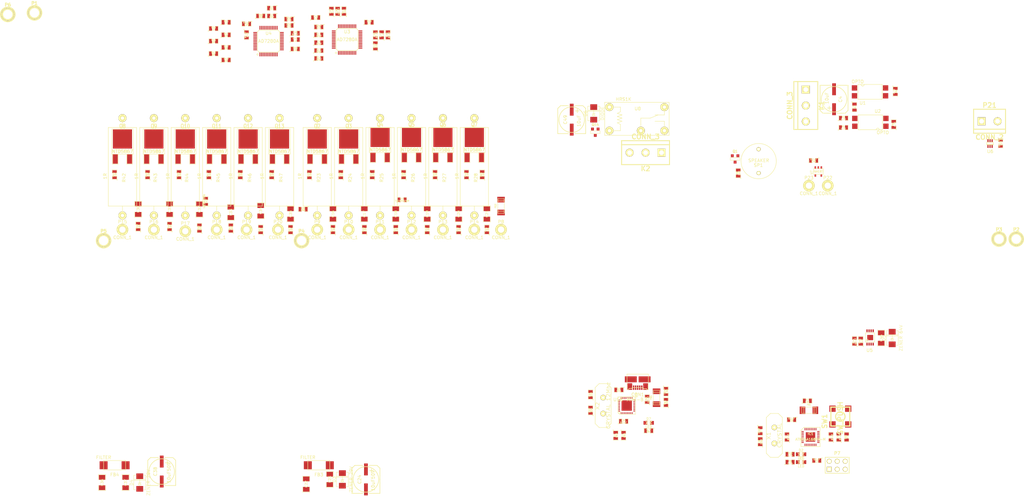
<source format=kicad_pcb>
(kicad_pcb (version 3) (host pcbnew "(2013-jul-07)-stable")
  (layers (15 F.Cu signal) (2 Inner2.Cu signal) (1 Inner1.Cu signal) (0 B.Cu signal) (18 B.Paste user) (19 F.Paste user) (20 B.SilkS user) (21 F.SilkS user) (22 B.Mask user) (23 F.Mask user) (28 Edge.Cuts user))
  (net 0 "")
  (net 1 /AD7280A/AD7280A_SUB_HI/ALERT)
  (net 2 /AD7280A/AD7280A_SUB_HI/ALERT_IO)
  (net 3 /AD7280A/AD7280A_SUB_HI/ALERThi)
  (net 4 /AD7280A/AD7280A_SUB_HI/AO5.2V)
  (net 5 /AD7280A/AD7280A_SUB_HI/CB1)
  (net 6 /AD7280A/AD7280A_SUB_HI/CB2)
  (net 7 /AD7280A/AD7280A_SUB_HI/CB3)
  (net 8 /AD7280A/AD7280A_SUB_HI/CB4)
  (net 9 /AD7280A/AD7280A_SUB_HI/CB5)
  (net 10 /AD7280A/AD7280A_SUB_HI/CB6)
  (net 11 /AD7280A/AD7280A_SUB_HI/CNVST/)
  (net 12 /AD7280A/AD7280A_SUB_HI/CNVSThi/)
  (net 13 /AD7280A/AD7280A_SUB_HI/CRef)
  (net 14 /AD7280A/AD7280A_SUB_HI/CS/)
  (net 15 /AD7280A/AD7280A_SUB_HI/CShi/)
  (net 16 /AD7280A/AD7280A_SUB_HI/HIBAT)
  (net 17 /AD7280A/AD7280A_SUB_HI/MASTER)
  (net 18 /AD7280A/AD7280A_SUB_HI/PD/)
  (net 19 /AD7280A/AD7280A_SUB_HI/PDhi/)
  (net 20 /AD7280A/AD7280A_SUB_HI/SCLK)
  (net 21 /AD7280A/AD7280A_SUB_HI/SCLKhi)
  (net 22 /AD7280A/AD7280A_SUB_HI/SDI)
  (net 23 /AD7280A/AD7280A_SUB_HI/SDIhi)
  (net 24 /AD7280A/AD7280A_SUB_HI/SDO)
  (net 25 /AD7280A/AD7280A_SUB_HI/SDOhi)
  (net 26 /AD7280A/AD7280A_SUB_HI/VIN0)
  (net 27 /AD7280A/AD7280A_SUB_HI/VIN1)
  (net 28 /AD7280A/AD7280A_SUB_HI/VIN2)
  (net 29 /AD7280A/AD7280A_SUB_HI/VIN3)
  (net 30 /AD7280A/AD7280A_SUB_HI/VIN4)
  (net 31 /AD7280A/AD7280A_SUB_HI/VIN5)
  (net 32 /AD7280A/AD7280A_SUB_HI/VIN6)
  (net 33 /AD7280A/AD7280A_SUB_HI/VRef)
  (net 34 /AD7280A/AD7280A_SUB_LOW/ALERT_IO)
  (net 35 /AD7280A/AD7280A_SUB_LOW/AO5.2V)
  (net 36 /AD7280A/AD7280A_SUB_LOW/CB1)
  (net 37 /AD7280A/AD7280A_SUB_LOW/CB2)
  (net 38 /AD7280A/AD7280A_SUB_LOW/CB3)
  (net 39 /AD7280A/AD7280A_SUB_LOW/CB4)
  (net 40 /AD7280A/AD7280A_SUB_LOW/CB5)
  (net 41 /AD7280A/AD7280A_SUB_LOW/CB6)
  (net 42 /AD7280A/AD7280A_SUB_LOW/CRef)
  (net 43 /AD7280A/AD7280A_SUB_LOW/HIBAT)
  (net 44 /AD7280A/AD7280A_SUB_LOW/LOBAT)
  (net 45 /AD7280A/AD7280A_SUB_LOW/MASTER)
  (net 46 /AD7280A/AD7280A_SUB_LOW/SDIhi)
  (net 47 /AD7280A/AD7280A_SUB_LOW/VDDNFILTERED)
  (net 48 /AD7280A/AD7280A_SUB_LOW/VIN0)
  (net 49 /AD7280A/AD7280A_SUB_LOW/VIN1)
  (net 50 /AD7280A/AD7280A_SUB_LOW/VIN2)
  (net 51 /AD7280A/AD7280A_SUB_LOW/VIN3)
  (net 52 /AD7280A/AD7280A_SUB_LOW/VIN4)
  (net 53 /AD7280A/AD7280A_SUB_LOW/VIN5)
  (net 54 /AD7280A/AD7280A_SUB_LOW/VIN6)
  (net 55 /AD7280A/AD7280A_SUB_LOW/VRef)
  (net 56 /AD7280A/ALERT)
  (net 57 /AD7280A/CNVST/)
  (net 58 /AD7280A/CS/)
  (net 59 /AD7280A/GND)
  (net 60 /AD7280A/PD/)
  (net 61 /AD7280A/SCLK)
  (net 62 /AD7280A/SDI)
  (net 63 /AD7280A/SDO)
  (net 64 /AD7280A/VBAT)
  (net 65 /BUZZER)
  (net 66 /CHARGER_12V)
  (net 67 /CHARGER_GND)
  (net 68 /CHARGER_ON/)
  (net 69 /CSense/5V)
  (net 70 /CSense/CSENSE)
  (net 71 /CSense/SHUNT-)
  (net 72 /CSense/SHUNT_VBAT+)
  (net 73 /LEDBALANCING)
  (net 74 /LEDERROR)
  (net 75 /RESET/)
  (net 76 /SHIELD)
  (net 77 /STOP_CHARGE)
  (net 78 /STOP_CHARGER)
  (net 79 /comandsolenoid/COILON)
  (net 80 /comandsolenoid/StartCOIL)
  (net 81 /comandsolenoid/VbatCOIL)
  (net 82 /gauge/CSDAC/)
  (net 83 /gauge/GaugeValue)
  (net 84 /usbserial/3V3OUT)
  (net 85 /usbserial/CLEARTOSEND)
  (net 86 /usbserial/REQUESTTOSEND)
  (net 87 /usbserial/RXD)
  (net 88 /usbserial/SHELL)
  (net 89 /usbserial/TXD)
  (net 90 /usbserial/USBVCC)
  (net 91 N-000001)
  (net 92 N-00000100)
  (net 93 N-00000102)
  (net 94 N-00000103)
  (net 95 N-00000104)
  (net 96 N-00000108)
  (net 97 N-00000110)
  (net 98 N-00000111)
  (net 99 N-00000115)
  (net 100 N-00000116)
  (net 101 N-0000012)
  (net 102 N-00000121)
  (net 103 N-00000122)
  (net 104 N-00000123)
  (net 105 N-00000127)
  (net 106 N-00000128)
  (net 107 N-00000134)
  (net 108 N-00000135)
  (net 109 N-0000014)
  (net 110 N-00000141)
  (net 111 N-00000142)
  (net 112 N-00000144)
  (net 113 N-00000146)
  (net 114 N-00000147)
  (net 115 N-00000149)
  (net 116 N-00000150)
  (net 117 N-00000152)
  (net 118 N-00000160)
  (net 119 N-00000166)
  (net 120 N-00000167)
  (net 121 N-00000168)
  (net 122 N-00000169)
  (net 123 N-00000170)
  (net 124 N-00000171)
  (net 125 N-00000172)
  (net 126 N-00000173)
  (net 127 N-0000020)
  (net 128 N-0000024)
  (net 129 N-0000025)
  (net 130 N-0000032)
  (net 131 N-0000033)
  (net 132 N-0000038)
  (net 133 N-0000039)
  (net 134 N-000006)
  (net 135 N-0000069)
  (net 136 N-000007)
  (net 137 N-0000071)
  (net 138 N-0000081)
  (net 139 N-0000082)
  (net 140 N-0000083)
  (net 141 N-0000084)
  (net 142 N-0000086)
  (net 143 N-0000087)
  (net 144 N-0000088)
  (net 145 N-0000089)
  (net 146 N-0000091)
  (net 147 N-0000093)
  (net 148 N-0000094)
  (net 149 N-0000095)
  (net 150 N-0000096)
  (net 151 N-0000097)
  (net 152 N-0000099)
  (module SOT23EBC (layer F.Cu) (at 202.5 54.5)
    (fp_text reference Q14 (at 0 -2.413) (layer F.SilkS) (effects (font (size 0.762 0.762) (thickness 0.2032))))
    (fp_text value BC550 hide)
    (pad 1 smd rect (at -0.889 -1.016) (size 0.9144 0.9144) (layers F.Cu F.Paste F.Mask) (net 135 N-0000069))
    (pad 2 smd rect (at 0.889 -1.016) (size 0.9144 0.9144) (layers F.Cu F.Paste F.Mask) (net 79 /comandsolenoid/COILON))
    (pad 3 smd rect (at 0 1.016) (size 0.9144 0.9144) (layers F.Cu F.Paste F.Mask) (net 59 /AD7280A/GND))
  )
  (module SOT23EBC (layer F.Cu) (at 247 63)
    (fp_text reference Q1 (at 0 -2.413) (layer F.SilkS) (effects (font (size 0.762 0.762) (thickness 0.2032))))
    (fp_text value BC550 hide)
    (pad 1 smd rect (at -0.889 -1.016) (size 0.9144 0.9144) (layers F.Cu F.Paste F.Mask) (net 101 N-0000012))
    (pad 2 smd rect (at 0.889 -1.016) (size 0.9144 0.9144) (layers F.Cu F.Paste F.Mask) (net 109 N-0000014))
    (pad 3 smd rect (at 0 1.016) (size 0.9144 0.9144) (layers F.Cu F.Paste F.Mask) (net 59 /AD7280A/GND))
  )
  (module SOT23-5 (layer F.Cu) (at 273.5 67 180)
    (fp_text reference U7 (at 2.19964 -0.29972 270) (layer F.SilkS) (effects (font (size 0.635 0.635) (thickness 0.127))))
    (fp_text value INA197 (at 0 0 180) (layer F.SilkS) (effects (font (size 0.635 0.635) (thickness 0.127))))
    (pad 1 smd rect (at -0.9525 1.27 180) (size 0.508 0.762) (layers F.Cu F.Paste F.Mask) (net 70 /CSense/CSENSE))
    (pad 3 smd rect (at 0.9525 1.27 180) (size 0.508 0.762) (layers F.Cu F.Paste F.Mask) (net 69 /CSense/5V))
    (pad 5 smd rect (at -0.9525 -1.27 180) (size 0.508 0.762) (layers F.Cu F.Paste F.Mask) (net 71 /CSense/SHUNT-))
    (pad 2 smd rect (at 0 1.27 180) (size 0.508 0.762) (layers F.Cu F.Paste F.Mask) (net 59 /AD7280A/GND))
    (pad 4 smd rect (at 0.9525 -1.27 180) (size 0.508 0.762) (layers F.Cu F.Paste F.Mask) (net 72 /CSense/SHUNT_VBAT+))
  )
  (module SMDHD/VF (layer F.Cu) (at 129.5 165 270)
    (fp_text reference C24 (at 0 2.032 270) (layer F.SilkS) (effects (font (size 1.016 1.016) (thickness 0.15748))))
    (fp_text value 10uF50V (at 0.381 -2.286 270) (layer F.SilkS) (effects (font (size 1.016 1.016) (thickness 0.15748))))
    (fp_text user + (at -2.794 -1.651 270) (layer F.SilkS) (effects (font (size 1.524 1.524) (thickness 0.2032))))
    (pad 1 smd rect (at -3.175 0 270) (size 3.79984 1.19888) (layers F.Cu F.Paste F.Mask) (net 47 /AD7280A/AD7280A_SUB_LOW/VDDNFILTERED))
    (pad 2 smd rect (at 3.175 0 270) (size 3.79984 1.19888) (layers F.Cu F.Paste F.Mask) (net 59 /AD7280A/GND))
  )
  (module SMDHD/VF (layer F.Cu) (at 64.5 162.5 270)
    (fp_text reference C38 (at 0 2.032 270) (layer F.SilkS) (effects (font (size 1.016 1.016) (thickness 0.15748))))
    (fp_text value 10uF50V (at 0.381 -2.286 270) (layer F.SilkS) (effects (font (size 1.016 1.016) (thickness 0.15748))))
    (fp_text user + (at -2.794 -1.651 270) (layer F.SilkS) (effects (font (size 1.524 1.524) (thickness 0.2032))))
    (pad 1 smd rect (at -3.175 0 270) (size 3.79984 1.19888) (layers F.Cu F.Paste F.Mask) (net 64 /AD7280A/VBAT))
    (pad 2 smd rect (at 3.175 0 270) (size 3.79984 1.19888) (layers F.Cu F.Paste F.Mask) (net 47 /AD7280A/AD7280A_SUB_LOW/VDDNFILTERED))
  )
  (module SMDHD/VF (layer F.Cu) (at 278.5 44 90)
    (fp_text reference C4 (at 0 2.032 90) (layer F.SilkS) (effects (font (size 1.016 1.016) (thickness 0.15748))))
    (fp_text value 10uF (at 0.381 -2.286 90) (layer F.SilkS) (effects (font (size 1.016 1.016) (thickness 0.15748))))
    (fp_text user + (at -2.794 -1.651 90) (layer F.SilkS) (effects (font (size 1.524 1.524) (thickness 0.2032))))
    (pad 1 smd rect (at -3.175 0 90) (size 3.79984 1.19888) (layers F.Cu F.Paste F.Mask) (net 77 /STOP_CHARGE))
    (pad 2 smd rect (at 3.175 0 90) (size 3.79984 1.19888) (layers F.Cu F.Paste F.Mask) (net 67 /CHARGER_GND))
  )
  (module SM1206 (layer F.Cu) (at 105.5 80.5 90)
    (fp_text reference C35 (at 0 0 90) (layer F.SilkS) (effects (font (size 0.762 0.762) (thickness 0.127))))
    (fp_text value 0.1uF50V hide)
    (pad 1 smd rect (at -1.651 0 90) (size 1.524 2.032) (layers F.Cu F.Paste F.Mask) (net 27 /AD7280A/AD7280A_SUB_HI/VIN1))
    (pad 2 smd rect (at 1.651 0 90) (size 1.524 2.032) (layers F.Cu F.Paste F.Mask) (net 26 /AD7280A/AD7280A_SUB_HI/VIN0))
  )
  (module SM1206 (layer F.Cu) (at 293.5 120 270)
    (fp_text reference C46 (at 0 0 270) (layer F.SilkS) (effects (font (size 0.762 0.762) (thickness 0.127))))
    (fp_text value 1uF50V hide)
    (pad 1 smd rect (at -1.651 0 270) (size 1.524 2.032) (layers F.Cu F.Paste F.Mask) (net 64 /AD7280A/VBAT))
    (pad 2 smd rect (at 1.651 0 270) (size 1.524 2.032) (layers F.Cu F.Paste F.Mask) (net 59 /AD7280A/GND))
  )
  (module SM1206 (layer F.Cu) (at 53 166 270)
    (fp_text reference C37 (at 0 0 270) (layer F.SilkS) (effects (font (size 0.762 0.762) (thickness 0.127))))
    (fp_text value 0.1uF50V hide)
    (pad 1 smd rect (at -1.651 0 270) (size 1.524 2.032) (layers F.Cu F.Paste F.Mask) (net 64 /AD7280A/VBAT))
    (pad 2 smd rect (at 1.651 0 270) (size 1.524 2.032) (layers F.Cu F.Paste F.Mask) (net 47 /AD7280A/AD7280A_SUB_LOW/VDDNFILTERED))
  )
  (module SM1206 (layer F.Cu) (at 45.5 166 270)
    (fp_text reference C36 (at 0 0 270) (layer F.SilkS) (effects (font (size 0.762 0.762) (thickness 0.127))))
    (fp_text value 0.1uF50V hide)
    (pad 1 smd rect (at -1.651 0 270) (size 1.524 2.032) (layers F.Cu F.Paste F.Mask) (net 16 /AD7280A/AD7280A_SUB_HI/HIBAT))
    (pad 2 smd rect (at 1.651 0 270) (size 1.524 2.032) (layers F.Cu F.Paste F.Mask) (net 43 /AD7280A/AD7280A_SUB_LOW/HIBAT))
  )
  (module SM1206 (layer F.Cu) (at 110.5 166.5 90)
    (fp_text reference C22 (at 0 0 90) (layer F.SilkS) (effects (font (size 0.762 0.762) (thickness 0.127))))
    (fp_text value 0.1uF50V hide)
    (pad 1 smd rect (at -1.651 0 90) (size 1.524 2.032) (layers F.Cu F.Paste F.Mask) (net 43 /AD7280A/AD7280A_SUB_LOW/HIBAT))
    (pad 2 smd rect (at 1.651 0 90) (size 1.524 2.032) (layers F.Cu F.Paste F.Mask) (net 44 /AD7280A/AD7280A_SUB_LOW/LOBAT))
  )
  (module SM1206 (layer F.Cu) (at 168 80.5 90)
    (fp_text reference C21 (at 0 0 90) (layer F.SilkS) (effects (font (size 0.762 0.762) (thickness 0.127))))
    (fp_text value 0.1uF50V hide)
    (pad 1 smd rect (at -1.651 0 90) (size 1.524 2.032) (layers F.Cu F.Paste F.Mask) (net 49 /AD7280A/AD7280A_SUB_LOW/VIN1))
    (pad 2 smd rect (at 1.651 0 90) (size 1.524 2.032) (layers F.Cu F.Paste F.Mask) (net 48 /AD7280A/AD7280A_SUB_LOW/VIN0))
  )
  (module SM1206 (layer F.Cu) (at 159 80.5 90)
    (fp_text reference C20 (at 0 0 90) (layer F.SilkS) (effects (font (size 0.762 0.762) (thickness 0.127))))
    (fp_text value 0.1uF50V hide)
    (pad 1 smd rect (at -1.651 0 90) (size 1.524 2.032) (layers F.Cu F.Paste F.Mask) (net 50 /AD7280A/AD7280A_SUB_LOW/VIN2))
    (pad 2 smd rect (at 1.651 0 90) (size 1.524 2.032) (layers F.Cu F.Paste F.Mask) (net 103 N-00000122))
  )
  (module SM1206 (layer F.Cu) (at 149 80.5 90)
    (fp_text reference C19 (at 0 0 90) (layer F.SilkS) (effects (font (size 0.762 0.762) (thickness 0.127))))
    (fp_text value 0.1uF50V hide)
    (pad 1 smd rect (at -1.651 0 90) (size 1.524 2.032) (layers F.Cu F.Paste F.Mask) (net 51 /AD7280A/AD7280A_SUB_LOW/VIN3))
    (pad 2 smd rect (at 1.651 0 90) (size 1.524 2.032) (layers F.Cu F.Paste F.Mask) (net 94 N-00000103))
  )
  (module SM1206 (layer F.Cu) (at 139 80.5 90)
    (fp_text reference C18 (at 0 0 90) (layer F.SilkS) (effects (font (size 0.762 0.762) (thickness 0.127))))
    (fp_text value 0.1uF50V hide)
    (pad 1 smd rect (at -1.651 0 90) (size 1.524 2.032) (layers F.Cu F.Paste F.Mask) (net 52 /AD7280A/AD7280A_SUB_LOW/VIN4))
    (pad 2 smd rect (at 1.651 0 90) (size 1.524 2.032) (layers F.Cu F.Paste F.Mask) (net 148 N-0000094))
  )
  (module SM1206 (layer F.Cu) (at 129 80.5 90)
    (fp_text reference C17 (at 0 0 90) (layer F.SilkS) (effects (font (size 0.762 0.762) (thickness 0.127))))
    (fp_text value 0.1uF50V hide)
    (pad 1 smd rect (at -1.651 0 90) (size 1.524 2.032) (layers F.Cu F.Paste F.Mask) (net 53 /AD7280A/AD7280A_SUB_LOW/VIN5))
    (pad 2 smd rect (at 1.651 0 90) (size 1.524 2.032) (layers F.Cu F.Paste F.Mask) (net 151 N-0000097))
  )
  (module SM1206 (layer F.Cu) (at 119 80.5 90)
    (fp_text reference C16 (at 0 0 90) (layer F.SilkS) (effects (font (size 0.762 0.762) (thickness 0.127))))
    (fp_text value 0.1uF50V hide)
    (pad 1 smd rect (at -1.651 0 90) (size 1.524 2.032) (layers F.Cu F.Paste F.Mask) (net 54 /AD7280A/AD7280A_SUB_LOW/VIN6))
    (pad 2 smd rect (at 1.651 0 90) (size 1.524 2.032) (layers F.Cu F.Paste F.Mask) (net 96 N-00000108))
  )
  (module SM1206 (layer F.Cu) (at 118 165 270)
    (fp_text reference C23 (at 0 0 270) (layer F.SilkS) (effects (font (size 0.762 0.762) (thickness 0.127))))
    (fp_text value 0.1uF50V hide)
    (pad 1 smd rect (at -1.651 0 270) (size 1.524 2.032) (layers F.Cu F.Paste F.Mask) (net 47 /AD7280A/AD7280A_SUB_LOW/VDDNFILTERED))
    (pad 2 smd rect (at 1.651 0 270) (size 1.524 2.032) (layers F.Cu F.Paste F.Mask) (net 59 /AD7280A/GND))
  )
  (module SM1206 (layer F.Cu) (at 57 79 90)
    (fp_text reference C30 (at 0 0 90) (layer F.SilkS) (effects (font (size 0.762 0.762) (thickness 0.127))))
    (fp_text value 0.1uF50V hide)
    (pad 1 smd rect (at -1.651 0 90) (size 1.524 2.032) (layers F.Cu F.Paste F.Mask) (net 32 /AD7280A/AD7280A_SUB_HI/VIN6))
    (pad 2 smd rect (at 1.651 0 90) (size 1.524 2.032) (layers F.Cu F.Paste F.Mask) (net 122 N-00000169))
  )
  (module SM1206 (layer F.Cu) (at 86.5 80 90)
    (fp_text reference C33 (at 0 0 90) (layer F.SilkS) (effects (font (size 0.762 0.762) (thickness 0.127))))
    (fp_text value 0.1uF50V hide)
    (pad 1 smd rect (at -1.651 0 90) (size 1.524 2.032) (layers F.Cu F.Paste F.Mask) (net 29 /AD7280A/AD7280A_SUB_HI/VIN3))
    (pad 2 smd rect (at 1.651 0 90) (size 1.524 2.032) (layers F.Cu F.Paste F.Mask) (net 124 N-00000171))
  )
  (module SM1206 (layer F.Cu) (at 96 79.5 90)
    (fp_text reference C34 (at 0 0 90) (layer F.SilkS) (effects (font (size 0.762 0.762) (thickness 0.127))))
    (fp_text value 0.1uF50V hide)
    (pad 1 smd rect (at -1.651 0 90) (size 1.524 2.032) (layers F.Cu F.Paste F.Mask) (net 28 /AD7280A/AD7280A_SUB_HI/VIN2))
    (pad 2 smd rect (at 1.651 0 90) (size 1.524 2.032) (layers F.Cu F.Paste F.Mask) (net 120 N-00000167))
  )
  (module SM1206 (layer F.Cu) (at 76.5 79 90)
    (fp_text reference C32 (at 0 0 90) (layer F.SilkS) (effects (font (size 0.762 0.762) (thickness 0.127))))
    (fp_text value 0.1uF50V hide)
    (pad 1 smd rect (at -1.651 0 90) (size 1.524 2.032) (layers F.Cu F.Paste F.Mask) (net 30 /AD7280A/AD7280A_SUB_HI/VIN4))
    (pad 2 smd rect (at 1.651 0 90) (size 1.524 2.032) (layers F.Cu F.Paste F.Mask) (net 126 N-00000173))
  )
  (module SM1206 (layer F.Cu) (at 67 79 90)
    (fp_text reference C31 (at 0 0 90) (layer F.SilkS) (effects (font (size 0.762 0.762) (thickness 0.127))))
    (fp_text value 0.1uF50V hide)
    (pad 1 smd rect (at -1.651 0 90) (size 1.524 2.032) (layers F.Cu F.Paste F.Mask) (net 31 /AD7280A/AD7280A_SUB_HI/VIN5))
    (pad 2 smd rect (at 1.651 0 90) (size 1.524 2.032) (layers F.Cu F.Paste F.Mask) (net 123 N-00000170))
  )
  (module SM0805 (layer F.Cu) (at 272 63.5 180)
    (fp_text reference C48 (at 0 -0.3175 180) (layer F.SilkS) (effects (font (size 0.50038 0.50038) (thickness 0.10922))))
    (fp_text value 0.1uF (at 0 0.381 180) (layer F.SilkS) (effects (font (size 0.50038 0.50038) (thickness 0.10922))))
    (pad 1 smd rect (at -0.9525 0 180) (size 0.889 1.397) (layers F.Cu F.Paste F.Mask) (net 59 /AD7280A/GND))
    (pad 2 smd rect (at 0.9525 0 180) (size 0.889 1.397) (layers F.Cu F.Paste F.Mask) (net 69 /CSense/5V))
  )
  (module SM0805 (layer F.Cu) (at 159 85.5 90)
    (fp_text reference R33 (at 0 -0.3175 90) (layer F.SilkS) (effects (font (size 0.50038 0.50038) (thickness 0.10922))))
    (fp_text value 10K (at 0 0.381 90) (layer F.SilkS) (effects (font (size 0.50038 0.50038) (thickness 0.10922))))
    (pad 1 smd rect (at -0.9525 0 90) (size 0.889 1.397) (layers F.Cu F.Paste F.Mask) (net 94 N-00000103))
    (pad 2 smd rect (at 0.9525 0 90) (size 0.889 1.397) (layers F.Cu F.Paste F.Mask) (net 50 /AD7280A/AD7280A_SUB_LOW/VIN2))
  )
  (module SM0805 (layer F.Cu) (at 141.5 68 90)
    (fp_text reference R38 (at 0 -0.3175 90) (layer F.SilkS) (effects (font (size 0.50038 0.50038) (thickness 0.10922))))
    (fp_text value 10K (at 0 0.381 90) (layer F.SilkS) (effects (font (size 0.50038 0.50038) (thickness 0.10922))))
    (pad 1 smd rect (at -0.9525 0 90) (size 0.889 1.397) (layers F.Cu F.Paste F.Mask) (net 38 /AD7280A/AD7280A_SUB_LOW/CB3))
    (pad 2 smd rect (at 0.9525 0 90) (size 0.889 1.397) (layers F.Cu F.Paste F.Mask) (net 93 N-00000102))
  )
  (module SM0805 (layer F.Cu) (at 89.5 68 90)
    (fp_text reference R58 (at 0 -0.3175 90) (layer F.SilkS) (effects (font (size 0.50038 0.50038) (thickness 0.10922))))
    (fp_text value 10K (at 0 0.381 90) (layer F.SilkS) (effects (font (size 0.50038 0.50038) (thickness 0.10922))))
    (pad 1 smd rect (at -0.9525 0 90) (size 0.889 1.397) (layers F.Cu F.Paste F.Mask) (net 6 /AD7280A/AD7280A_SUB_HI/CB2))
    (pad 2 smd rect (at 0.9525 0 90) (size 0.889 1.397) (layers F.Cu F.Paste F.Mask) (net 113 N-00000146))
  )
  (module SM0805 (layer F.Cu) (at 331.5 58 270)
    (fp_text reference C47 (at 0 -0.3175 270) (layer F.SilkS) (effects (font (size 0.50038 0.50038) (thickness 0.10922))))
    (fp_text value 0.1uF (at 0 0.381 270) (layer F.SilkS) (effects (font (size 0.50038 0.50038) (thickness 0.10922))))
    (pad 1 smd rect (at -0.9525 0 270) (size 0.889 1.397) (layers F.Cu F.Paste F.Mask) (net 69 /CSense/5V))
    (pad 2 smd rect (at 0.9525 0 270) (size 0.889 1.397) (layers F.Cu F.Paste F.Mask) (net 59 /AD7280A/GND))
  )
  (module SM0805 (layer F.Cu) (at 149 85.5 90)
    (fp_text reference R32 (at 0 -0.3175 90) (layer F.SilkS) (effects (font (size 0.50038 0.50038) (thickness 0.10922))))
    (fp_text value 10K (at 0 0.381 90) (layer F.SilkS) (effects (font (size 0.50038 0.50038) (thickness 0.10922))))
    (pad 1 smd rect (at -0.9525 0 90) (size 0.889 1.397) (layers F.Cu F.Paste F.Mask) (net 148 N-0000094))
    (pad 2 smd rect (at 0.9525 0 90) (size 0.889 1.397) (layers F.Cu F.Paste F.Mask) (net 51 /AD7280A/AD7280A_SUB_LOW/VIN3))
  )
  (module SM0805 (layer F.Cu) (at 131.5 68 90)
    (fp_text reference R37 (at 0 -0.3175 90) (layer F.SilkS) (effects (font (size 0.50038 0.50038) (thickness 0.10922))))
    (fp_text value 10K (at 0 0.381 90) (layer F.SilkS) (effects (font (size 0.50038 0.50038) (thickness 0.10922))))
    (pad 1 smd rect (at -0.9525 0 90) (size 0.889 1.397) (layers F.Cu F.Paste F.Mask) (net 39 /AD7280A/AD7280A_SUB_LOW/CB4))
    (pad 2 smd rect (at 0.9525 0 90) (size 0.889 1.397) (layers F.Cu F.Paste F.Mask) (net 150 N-0000096))
  )
  (module SM0805 (layer F.Cu) (at 139 85.5 90)
    (fp_text reference R31 (at 0 -0.3175 90) (layer F.SilkS) (effects (font (size 0.50038 0.50038) (thickness 0.10922))))
    (fp_text value 10K (at 0 0.381 90) (layer F.SilkS) (effects (font (size 0.50038 0.50038) (thickness 0.10922))))
    (pad 1 smd rect (at -0.9525 0 90) (size 0.889 1.397) (layers F.Cu F.Paste F.Mask) (net 151 N-0000097))
    (pad 2 smd rect (at 0.9525 0 90) (size 0.889 1.397) (layers F.Cu F.Paste F.Mask) (net 52 /AD7280A/AD7280A_SUB_LOW/VIN4))
  )
  (module SM0805 (layer F.Cu) (at 121.5 68 90)
    (fp_text reference R36 (at 0 -0.3175 90) (layer F.SilkS) (effects (font (size 0.50038 0.50038) (thickness 0.10922))))
    (fp_text value 10K (at 0 0.381 90) (layer F.SilkS) (effects (font (size 0.50038 0.50038) (thickness 0.10922))))
    (pad 1 smd rect (at -0.9525 0 90) (size 0.889 1.397) (layers F.Cu F.Paste F.Mask) (net 40 /AD7280A/AD7280A_SUB_LOW/CB5))
    (pad 2 smd rect (at 0.9525 0 90) (size 0.889 1.397) (layers F.Cu F.Paste F.Mask) (net 152 N-0000099))
  )
  (module SM0805 (layer F.Cu) (at 70 68 90)
    (fp_text reference R56 (at 0 -0.3175 90) (layer F.SilkS) (effects (font (size 0.50038 0.50038) (thickness 0.10922))))
    (fp_text value 10K (at 0 0.381 90) (layer F.SilkS) (effects (font (size 0.50038 0.50038) (thickness 0.10922))))
    (pad 1 smd rect (at -0.9525 0 90) (size 0.889 1.397) (layers F.Cu F.Paste F.Mask) (net 8 /AD7280A/AD7280A_SUB_HI/CB4))
    (pad 2 smd rect (at 0.9525 0 90) (size 0.889 1.397) (layers F.Cu F.Paste F.Mask) (net 117 N-00000152))
  )
  (module SM0805 (layer F.Cu) (at 76.5 85 90)
    (fp_text reference R50 (at 0 -0.3175 90) (layer F.SilkS) (effects (font (size 0.50038 0.50038) (thickness 0.10922))))
    (fp_text value 10K (at 0 0.381 90) (layer F.SilkS) (effects (font (size 0.50038 0.50038) (thickness 0.10922))))
    (pad 1 smd rect (at -0.9525 0 90) (size 0.889 1.397) (layers F.Cu F.Paste F.Mask) (net 123 N-00000170))
    (pad 2 smd rect (at 0.9525 0 90) (size 0.889 1.397) (layers F.Cu F.Paste F.Mask) (net 30 /AD7280A/AD7280A_SUB_HI/VIN4))
  )
  (module SM0805 (layer F.Cu) (at 129 85.5 90)
    (fp_text reference R30 (at 0 -0.3175 90) (layer F.SilkS) (effects (font (size 0.50038 0.50038) (thickness 0.10922))))
    (fp_text value 10K (at 0 0.381 90) (layer F.SilkS) (effects (font (size 0.50038 0.50038) (thickness 0.10922))))
    (pad 1 smd rect (at -0.9525 0 90) (size 0.889 1.397) (layers F.Cu F.Paste F.Mask) (net 96 N-00000108))
    (pad 2 smd rect (at 0.9525 0 90) (size 0.889 1.397) (layers F.Cu F.Paste F.Mask) (net 53 /AD7280A/AD7280A_SUB_LOW/VIN5))
  )
  (module SM0805 (layer F.Cu) (at 111.5 68 90)
    (fp_text reference R35 (at 0 -0.3175 90) (layer F.SilkS) (effects (font (size 0.50038 0.50038) (thickness 0.10922))))
    (fp_text value 10K (at 0 0.381 90) (layer F.SilkS) (effects (font (size 0.50038 0.50038) (thickness 0.10922))))
    (pad 1 smd rect (at -0.9525 0 90) (size 0.889 1.397) (layers F.Cu F.Paste F.Mask) (net 41 /AD7280A/AD7280A_SUB_LOW/CB6))
    (pad 2 smd rect (at 0.9525 0 90) (size 0.889 1.397) (layers F.Cu F.Paste F.Mask) (net 97 N-00000110))
  )
  (module SM0805 (layer F.Cu) (at 86.5 85 90)
    (fp_text reference R51 (at 0 -0.3175 90) (layer F.SilkS) (effects (font (size 0.50038 0.50038) (thickness 0.10922))))
    (fp_text value 10K (at 0 0.381 90) (layer F.SilkS) (effects (font (size 0.50038 0.50038) (thickness 0.10922))))
    (pad 1 smd rect (at -0.9525 0 90) (size 0.889 1.397) (layers F.Cu F.Paste F.Mask) (net 126 N-00000173))
    (pad 2 smd rect (at 0.9525 0 90) (size 0.889 1.397) (layers F.Cu F.Paste F.Mask) (net 29 /AD7280A/AD7280A_SUB_HI/VIN3))
  )
  (module SM0805 (layer F.Cu) (at 120.5 16 90)
    (fp_text reference C28 (at 0 -0.3175 90) (layer F.SilkS) (effects (font (size 0.50038 0.50038) (thickness 0.10922))))
    (fp_text value 0.1uF (at 0 0.381 90) (layer F.SilkS) (effects (font (size 0.50038 0.50038) (thickness 0.10922))))
    (pad 1 smd rect (at -0.9525 0 90) (size 0.889 1.397) (layers F.Cu F.Paste F.Mask) (net 42 /AD7280A/AD7280A_SUB_LOW/CRef))
    (pad 2 smd rect (at 0.9525 0 90) (size 0.889 1.397) (layers F.Cu F.Paste F.Mask) (net 59 /AD7280A/GND))
  )
  (module SM0805 (layer F.Cu) (at 118.5 16 90)
    (fp_text reference C29 (at 0 -0.3175 90) (layer F.SilkS) (effects (font (size 0.50038 0.50038) (thickness 0.10922))))
    (fp_text value 1uF (at 0 0.381 90) (layer F.SilkS) (effects (font (size 0.50038 0.50038) (thickness 0.10922))))
    (pad 1 smd rect (at -0.9525 0 90) (size 0.889 1.397) (layers F.Cu F.Paste F.Mask) (net 55 /AD7280A/AD7280A_SUB_LOW/VRef))
    (pad 2 smd rect (at 0.9525 0 90) (size 0.889 1.397) (layers F.Cu F.Paste F.Mask) (net 59 /AD7280A/GND))
  )
  (module SM0805 (layer F.Cu) (at 79.5 68 90)
    (fp_text reference R57 (at 0 -0.3175 90) (layer F.SilkS) (effects (font (size 0.50038 0.50038) (thickness 0.10922))))
    (fp_text value 10K (at 0 0.381 90) (layer F.SilkS) (effects (font (size 0.50038 0.50038) (thickness 0.10922))))
    (pad 1 smd rect (at -0.9525 0 90) (size 0.889 1.397) (layers F.Cu F.Paste F.Mask) (net 7 /AD7280A/AD7280A_SUB_HI/CB3))
    (pad 2 smd rect (at 0.9525 0 90) (size 0.889 1.397) (layers F.Cu F.Paste F.Mask) (net 125 N-00000172))
  )
  (module SM0805 (layer F.Cu) (at 96 85.5 90)
    (fp_text reference R52 (at 0 -0.3175 90) (layer F.SilkS) (effects (font (size 0.50038 0.50038) (thickness 0.10922))))
    (fp_text value 10K (at 0 0.381 90) (layer F.SilkS) (effects (font (size 0.50038 0.50038) (thickness 0.10922))))
    (pad 1 smd rect (at -0.9525 0 90) (size 0.889 1.397) (layers F.Cu F.Paste F.Mask) (net 124 N-00000171))
    (pad 2 smd rect (at 0.9525 0 90) (size 0.889 1.397) (layers F.Cu F.Paste F.Mask) (net 28 /AD7280A/AD7280A_SUB_HI/VIN2))
  )
  (module SM0805 (layer F.Cu) (at 105.5 85.5 90)
    (fp_text reference R53 (at 0 -0.3175 90) (layer F.SilkS) (effects (font (size 0.50038 0.50038) (thickness 0.10922))))
    (fp_text value 10K (at 0 0.381 90) (layer F.SilkS) (effects (font (size 0.50038 0.50038) (thickness 0.10922))))
    (pad 1 smd rect (at -0.9525 0 90) (size 0.889 1.397) (layers F.Cu F.Paste F.Mask) (net 120 N-00000167))
    (pad 2 smd rect (at 0.9525 0 90) (size 0.889 1.397) (layers F.Cu F.Paste F.Mask) (net 27 /AD7280A/AD7280A_SUB_HI/VIN1))
  )
  (module SM0805 (layer F.Cu) (at 91.5 23.5 270)
    (fp_text reference C42 (at 0 -0.3175 270) (layer F.SilkS) (effects (font (size 0.50038 0.50038) (thickness 0.10922))))
    (fp_text value 0.1uF (at 0 0.381 270) (layer F.SilkS) (effects (font (size 0.50038 0.50038) (thickness 0.10922))))
    (pad 1 smd rect (at -0.9525 0 270) (size 0.889 1.397) (layers F.Cu F.Paste F.Mask) (net 13 /AD7280A/AD7280A_SUB_HI/CRef))
    (pad 2 smd rect (at 0.9525 0 270) (size 0.889 1.397) (layers F.Cu F.Paste F.Mask) (net 47 /AD7280A/AD7280A_SUB_LOW/VDDNFILTERED))
  )
  (module SM0805 (layer F.Cu) (at 99.5 68 90)
    (fp_text reference R59 (at 0 -0.3175 90) (layer F.SilkS) (effects (font (size 0.50038 0.50038) (thickness 0.10922))))
    (fp_text value 10K (at 0 0.381 90) (layer F.SilkS) (effects (font (size 0.50038 0.50038) (thickness 0.10922))))
    (pad 1 smd rect (at -0.9525 0 90) (size 0.889 1.397) (layers F.Cu F.Paste F.Mask) (net 5 /AD7280A/AD7280A_SUB_HI/CB1))
    (pad 2 smd rect (at 0.9525 0 90) (size 0.889 1.397) (layers F.Cu F.Paste F.Mask) (net 108 N-00000135))
  )
  (module SM0805 (layer F.Cu) (at 107 23)
    (fp_text reference C40 (at 0 -0.3175) (layer F.SilkS) (effects (font (size 0.50038 0.50038) (thickness 0.10922))))
    (fp_text value 0.1uF (at 0 0.381) (layer F.SilkS) (effects (font (size 0.50038 0.50038) (thickness 0.10922))))
    (pad 1 smd rect (at -0.9525 0) (size 0.889 1.397) (layers F.Cu F.Paste F.Mask) (net 4 /AD7280A/AD7280A_SUB_HI/AO5.2V))
    (pad 2 smd rect (at 0.9525 0) (size 0.889 1.397) (layers F.Cu F.Paste F.Mask) (net 47 /AD7280A/AD7280A_SUB_LOW/VDDNFILTERED))
  )
  (module SM0805 (layer F.Cu) (at 91.5 20 180)
    (fp_text reference C39 (at 0 -0.3175 180) (layer F.SilkS) (effects (font (size 0.50038 0.50038) (thickness 0.10922))))
    (fp_text value 0.1uF (at 0 0.381 180) (layer F.SilkS) (effects (font (size 0.50038 0.50038) (thickness 0.10922))))
    (pad 1 smd rect (at -0.9525 0 180) (size 0.889 1.397) (layers F.Cu F.Paste F.Mask) (net 4 /AD7280A/AD7280A_SUB_HI/AO5.2V))
    (pad 2 smd rect (at 0.9525 0 180) (size 0.889 1.397) (layers F.Cu F.Paste F.Mask) (net 47 /AD7280A/AD7280A_SUB_LOW/VDDNFILTERED))
  )
  (module SM0805 (layer F.Cu) (at 107 25)
    (fp_text reference C41 (at 0 -0.3175) (layer F.SilkS) (effects (font (size 0.50038 0.50038) (thickness 0.10922))))
    (fp_text value 1uF (at 0 0.381) (layer F.SilkS) (effects (font (size 0.50038 0.50038) (thickness 0.10922))))
    (pad 1 smd rect (at -0.9525 0) (size 0.889 1.397) (layers F.Cu F.Paste F.Mask) (net 4 /AD7280A/AD7280A_SUB_HI/AO5.2V))
    (pad 2 smd rect (at 0.9525 0) (size 0.889 1.397) (layers F.Cu F.Paste F.Mask) (net 47 /AD7280A/AD7280A_SUB_LOW/VDDNFILTERED))
  )
  (module SM0805 (layer F.Cu) (at 49.5 68 90)
    (fp_text reference R54 (at 0 -0.3175 90) (layer F.SilkS) (effects (font (size 0.50038 0.50038) (thickness 0.10922))))
    (fp_text value 10K (at 0 0.381 90) (layer F.SilkS) (effects (font (size 0.50038 0.50038) (thickness 0.10922))))
    (pad 1 smd rect (at -0.9525 0 90) (size 0.889 1.397) (layers F.Cu F.Paste F.Mask) (net 10 /AD7280A/AD7280A_SUB_HI/CB6))
    (pad 2 smd rect (at 0.9525 0 90) (size 0.889 1.397) (layers F.Cu F.Paste F.Mask) (net 110 N-00000141))
  )
  (module SM0805 (layer F.Cu) (at 57 84.5 90)
    (fp_text reference R48 (at 0 -0.3175 90) (layer F.SilkS) (effects (font (size 0.50038 0.50038) (thickness 0.10922))))
    (fp_text value 10K (at 0 0.381 90) (layer F.SilkS) (effects (font (size 0.50038 0.50038) (thickness 0.10922))))
    (pad 1 smd rect (at -0.9525 0 90) (size 0.889 1.397) (layers F.Cu F.Paste F.Mask) (net 16 /AD7280A/AD7280A_SUB_HI/HIBAT))
    (pad 2 smd rect (at 0.9525 0 90) (size 0.889 1.397) (layers F.Cu F.Paste F.Mask) (net 32 /AD7280A/AD7280A_SUB_HI/VIN6))
  )
  (module SM0805 (layer F.Cu) (at 78.5 76.5 270)
    (fp_text reference TH2 (at 0 -0.3175 270) (layer F.SilkS) (effects (font (size 0.50038 0.50038) (thickness 0.10922))))
    (fp_text value THERMISTOR (at 0 0.381 270) (layer F.SilkS) (effects (font (size 0.50038 0.50038) (thickness 0.10922))))
    (pad 1 smd rect (at -0.9525 0 270) (size 0.889 1.397) (layers F.Cu F.Paste F.Mask) (net 4 /AD7280A/AD7280A_SUB_HI/AO5.2V))
    (pad 2 smd rect (at 0.9525 0 270) (size 0.889 1.397) (layers F.Cu F.Paste F.Mask) (net 107 N-00000134))
  )
  (module SM0805 (layer F.Cu) (at 67 84.5 90)
    (fp_text reference R49 (at 0 -0.3175 90) (layer F.SilkS) (effects (font (size 0.50038 0.50038) (thickness 0.10922))))
    (fp_text value 10K (at 0 0.381 90) (layer F.SilkS) (effects (font (size 0.50038 0.50038) (thickness 0.10922))))
    (pad 1 smd rect (at -0.9525 0 90) (size 0.889 1.397) (layers F.Cu F.Paste F.Mask) (net 122 N-00000169))
    (pad 2 smd rect (at 0.9525 0 90) (size 0.889 1.397) (layers F.Cu F.Paste F.Mask) (net 31 /AD7280A/AD7280A_SUB_HI/VIN5))
  )
  (module SM0805 (layer F.Cu) (at 96 17.5)
    (fp_text reference R60 (at 0 -0.3175) (layer F.SilkS) (effects (font (size 0.50038 0.50038) (thickness 0.10922))))
    (fp_text value 10K (at 0 0.381) (layer F.SilkS) (effects (font (size 0.50038 0.50038) (thickness 0.10922))))
    (pad 1 smd rect (at -0.9525 0) (size 0.889 1.397) (layers F.Cu F.Paste F.Mask) (net 118 N-00000160))
    (pad 2 smd rect (at 0.9525 0) (size 0.889 1.397) (layers F.Cu F.Paste F.Mask) (net 47 /AD7280A/AD7280A_SUB_LOW/VDDNFILTERED))
  )
  (module SM0805 (layer F.Cu) (at 285 121 90)
    (fp_text reference C44 (at 0 -0.3175 90) (layer F.SilkS) (effects (font (size 0.50038 0.50038) (thickness 0.10922))))
    (fp_text value 0.1uF (at 0 0.381 90) (layer F.SilkS) (effects (font (size 0.50038 0.50038) (thickness 0.10922))))
    (pad 1 smd rect (at -0.9525 0 90) (size 0.889 1.397) (layers F.Cu F.Paste F.Mask) (net 69 /CSense/5V))
    (pad 2 smd rect (at 0.9525 0 90) (size 0.889 1.397) (layers F.Cu F.Paste F.Mask) (net 59 /AD7280A/GND))
  )
  (module SM0805 (layer F.Cu) (at 225 140.5 90)
    (fp_text reference R61 (at 0 -0.3175 90) (layer F.SilkS) (effects (font (size 0.50038 0.50038) (thickness 0.10922))))
    (fp_text value 0R (at 0 0.381 90) (layer F.SilkS) (effects (font (size 0.50038 0.50038) (thickness 0.10922))))
    (pad 1 smd rect (at -0.9525 0 90) (size 0.889 1.397) (layers F.Cu F.Paste F.Mask) (net 138 N-0000081))
    (pad 2 smd rect (at 0.9525 0 90) (size 0.889 1.397) (layers F.Cu F.Paste F.Mask) (net 59 /AD7280A/GND))
  )
  (module SM0805 (layer F.Cu) (at 122.5 16 90)
    (fp_text reference R41 (at 0 -0.3175 90) (layer F.SilkS) (effects (font (size 0.50038 0.50038) (thickness 0.10922))))
    (fp_text value 10K (at 0 0.381 90) (layer F.SilkS) (effects (font (size 0.50038 0.50038) (thickness 0.10922))))
    (pad 1 smd rect (at -0.9525 0 90) (size 0.889 1.397) (layers F.Cu F.Paste F.Mask) (net 100 N-00000116))
    (pad 2 smd rect (at 0.9525 0 90) (size 0.889 1.397) (layers F.Cu F.Paste F.Mask) (net 59 /AD7280A/GND))
  )
  (module SM0805 (layer F.Cu) (at 141 76)
    (fp_text reference TH1 (at 0 -0.3175) (layer F.SilkS) (effects (font (size 0.50038 0.50038) (thickness 0.10922))))
    (fp_text value THERMISTOR (at 0 0.381) (layer F.SilkS) (effects (font (size 0.50038 0.50038) (thickness 0.10922))))
    (pad 1 smd rect (at -0.9525 0) (size 0.889 1.397) (layers F.Cu F.Paste F.Mask) (net 35 /AD7280A/AD7280A_SUB_LOW/AO5.2V))
    (pad 2 smd rect (at 0.9525 0) (size 0.889 1.397) (layers F.Cu F.Paste F.Mask) (net 99 N-00000115))
  )
  (module SM0805 (layer F.Cu) (at 161.5 68 90)
    (fp_text reference R40 (at 0 -0.3175 90) (layer F.SilkS) (effects (font (size 0.50038 0.50038) (thickness 0.10922))))
    (fp_text value 10K (at 0 0.381 90) (layer F.SilkS) (effects (font (size 0.50038 0.50038) (thickness 0.10922))))
    (pad 1 smd rect (at -0.9525 0 90) (size 0.889 1.397) (layers F.Cu F.Paste F.Mask) (net 36 /AD7280A/AD7280A_SUB_LOW/CB1))
    (pad 2 smd rect (at 0.9525 0 90) (size 0.889 1.397) (layers F.Cu F.Paste F.Mask) (net 105 N-00000127))
  )
  (module SM0805 (layer F.Cu) (at 60 68 90)
    (fp_text reference R55 (at 0 -0.3175 90) (layer F.SilkS) (effects (font (size 0.50038 0.50038) (thickness 0.10922))))
    (fp_text value 10K (at 0 0.381 90) (layer F.SilkS) (effects (font (size 0.50038 0.50038) (thickness 0.10922))))
    (pad 1 smd rect (at -0.9525 0 90) (size 0.889 1.397) (layers F.Cu F.Paste F.Mask) (net 9 /AD7280A/AD7280A_SUB_HI/CB5))
    (pad 2 smd rect (at 0.9525 0 90) (size 0.889 1.397) (layers F.Cu F.Paste F.Mask) (net 115 N-00000149))
  )
  (module SM0805 (layer F.Cu) (at 287 121 90)
    (fp_text reference C45 (at 0 -0.3175 90) (layer F.SilkS) (effects (font (size 0.50038 0.50038) (thickness 0.10922))))
    (fp_text value 1uF (at 0 0.381 90) (layer F.SilkS) (effects (font (size 0.50038 0.50038) (thickness 0.10922))))
    (pad 1 smd rect (at -0.9525 0 90) (size 0.889 1.397) (layers F.Cu F.Paste F.Mask) (net 69 /CSense/5V))
    (pad 2 smd rect (at 0.9525 0 90) (size 0.889 1.397) (layers F.Cu F.Paste F.Mask) (net 59 /AD7280A/GND))
  )
  (module SM0805 (layer F.Cu) (at 168 85.5 90)
    (fp_text reference R34 (at 0 -0.3175 90) (layer F.SilkS) (effects (font (size 0.50038 0.50038) (thickness 0.10922))))
    (fp_text value 10K (at 0 0.381 90) (layer F.SilkS) (effects (font (size 0.50038 0.50038) (thickness 0.10922))))
    (pad 1 smd rect (at -0.9525 0 90) (size 0.889 1.397) (layers F.Cu F.Paste F.Mask) (net 103 N-00000122))
    (pad 2 smd rect (at 0.9525 0 90) (size 0.889 1.397) (layers F.Cu F.Paste F.Mask) (net 49 /AD7280A/AD7280A_SUB_LOW/VIN1))
  )
  (module SM0805 (layer F.Cu) (at 151.5 68 90)
    (fp_text reference R39 (at 0 -0.3175 90) (layer F.SilkS) (effects (font (size 0.50038 0.50038) (thickness 0.10922))))
    (fp_text value 10K (at 0 0.381 90) (layer F.SilkS) (effects (font (size 0.50038 0.50038) (thickness 0.10922))))
    (pad 1 smd rect (at -0.9525 0 90) (size 0.889 1.397) (layers F.Cu F.Paste F.Mask) (net 37 /AD7280A/AD7280A_SUB_LOW/CB2))
    (pad 2 smd rect (at 0.9525 0 90) (size 0.889 1.397) (layers F.Cu F.Paste F.Mask) (net 102 N-00000121))
  )
  (module SM0805 (layer F.Cu) (at 113.5 18)
    (fp_text reference C43 (at 0 -0.3175) (layer F.SilkS) (effects (font (size 0.50038 0.50038) (thickness 0.10922))))
    (fp_text value 1uF (at 0 0.381) (layer F.SilkS) (effects (font (size 0.50038 0.50038) (thickness 0.10922))))
    (pad 1 smd rect (at -0.9525 0) (size 0.889 1.397) (layers F.Cu F.Paste F.Mask) (net 33 /AD7280A/AD7280A_SUB_HI/VRef))
    (pad 2 smd rect (at 0.9525 0) (size 0.889 1.397) (layers F.Cu F.Paste F.Mask) (net 47 /AD7280A/AD7280A_SUB_LOW/VDDNFILTERED))
  )
  (module SM0805 (layer F.Cu) (at 210 136.5 180)
    (fp_text reference C55 (at 0 -0.3175 180) (layer F.SilkS) (effects (font (size 0.50038 0.50038) (thickness 0.10922))))
    (fp_text value 1uF (at 0 0.381 180) (layer F.SilkS) (effects (font (size 0.50038 0.50038) (thickness 0.10922))))
    (pad 1 smd rect (at -0.9525 0 180) (size 0.889 1.397) (layers F.Cu F.Paste F.Mask) (net 90 /usbserial/USBVCC))
    (pad 2 smd rect (at 0.9525 0 180) (size 0.889 1.397) (layers F.Cu F.Paste F.Mask) (net 59 /AD7280A/GND))
  )
  (module SM0805 (layer F.Cu) (at 114.5 28.5)
    (fp_text reference C12 (at 0 -0.3175) (layer F.SilkS) (effects (font (size 0.50038 0.50038) (thickness 0.10922))))
    (fp_text value 22pF (at 0 0.381) (layer F.SilkS) (effects (font (size 0.50038 0.50038) (thickness 0.10922))))
    (pad 1 smd rect (at -0.9525 0) (size 0.889 1.397) (layers F.Cu F.Paste F.Mask) (net 47 /AD7280A/AD7280A_SUB_LOW/VDDNFILTERED))
    (pad 2 smd rect (at 0.9525 0) (size 0.889 1.397) (layers F.Cu F.Paste F.Mask) (net 14 /AD7280A/AD7280A_SUB_HI/CS/))
  )
  (module SM0805 (layer F.Cu) (at 114.5 23.5)
    (fp_text reference C11 (at 0 -0.3175) (layer F.SilkS) (effects (font (size 0.50038 0.50038) (thickness 0.10922))))
    (fp_text value 22pF (at 0 0.381) (layer F.SilkS) (effects (font (size 0.50038 0.50038) (thickness 0.10922))))
    (pad 1 smd rect (at -0.9525 0) (size 0.889 1.397) (layers F.Cu F.Paste F.Mask) (net 47 /AD7280A/AD7280A_SUB_LOW/VDDNFILTERED))
    (pad 2 smd rect (at 0.9525 0) (size 0.889 1.397) (layers F.Cu F.Paste F.Mask) (net 22 /AD7280A/AD7280A_SUB_HI/SDI))
  )
  (module SM0805 (layer F.Cu) (at 105 18.5 180)
    (fp_text reference C13 (at 0 -0.3175 180) (layer F.SilkS) (effects (font (size 0.50038 0.50038) (thickness 0.10922))))
    (fp_text value 22pF (at 0 0.381 180) (layer F.SilkS) (effects (font (size 0.50038 0.50038) (thickness 0.10922))))
    (pad 1 smd rect (at -0.9525 0 180) (size 0.889 1.397) (layers F.Cu F.Paste F.Mask) (net 47 /AD7280A/AD7280A_SUB_LOW/VDDNFILTERED))
    (pad 2 smd rect (at 0.9525 0 180) (size 0.889 1.397) (layers F.Cu F.Paste F.Mask) (net 2 /AD7280A/AD7280A_SUB_HI/ALERT_IO))
  )
  (module SM0805 (layer F.Cu) (at 130.5 19.5)
    (fp_text reference R18 (at 0 -0.3175) (layer F.SilkS) (effects (font (size 0.50038 0.50038) (thickness 0.10922))))
    (fp_text value 1K (at 0 0.381) (layer F.SilkS) (effects (font (size 0.50038 0.50038) (thickness 0.10922))))
    (pad 1 smd rect (at -0.9525 0) (size 0.889 1.397) (layers F.Cu F.Paste F.Mask) (net 34 /AD7280A/AD7280A_SUB_LOW/ALERT_IO))
    (pad 2 smd rect (at 0.9525 0) (size 0.889 1.397) (layers F.Cu F.Paste F.Mask) (net 59 /AD7280A/GND))
  )
  (module SM0805 (layer F.Cu) (at 282.5 151.5 270)
    (fp_text reference R3 (at 0 -0.3175 270) (layer F.SilkS) (effects (font (size 0.50038 0.50038) (thickness 0.10922))))
    (fp_text value 50k (at 0 0.381 270) (layer F.SilkS) (effects (font (size 0.50038 0.50038) (thickness 0.10922))))
    (pad 1 smd rect (at -0.9525 0 270) (size 0.889 1.397) (layers F.Cu F.Paste F.Mask) (net 59 /AD7280A/GND))
    (pad 2 smd rect (at 0.9525 0 270) (size 0.889 1.397) (layers F.Cu F.Paste F.Mask) (net 127 N-0000020))
  )
  (module SM0805 (layer F.Cu) (at 273 159 180)
    (fp_text reference C2 (at 0 -0.3175 180) (layer F.SilkS) (effects (font (size 0.50038 0.50038) (thickness 0.10922))))
    (fp_text value 0.1uF (at 0 0.381 180) (layer F.SilkS) (effects (font (size 0.50038 0.50038) (thickness 0.10922))))
    (pad 1 smd rect (at -0.9525 0 180) (size 0.889 1.397) (layers F.Cu F.Paste F.Mask) (net 69 /CSense/5V))
    (pad 2 smd rect (at 0.9525 0 180) (size 0.889 1.397) (layers F.Cu F.Paste F.Mask) (net 59 /AD7280A/GND))
  )
  (module SM0805 (layer F.Cu) (at 280 151.5 90)
    (fp_text reference C5 (at 0 -0.3175 90) (layer F.SilkS) (effects (font (size 0.50038 0.50038) (thickness 0.10922))))
    (fp_text value 0.1uF (at 0 0.381 90) (layer F.SilkS) (effects (font (size 0.50038 0.50038) (thickness 0.10922))))
    (pad 1 smd rect (at -0.9525 0 90) (size 0.889 1.397) (layers F.Cu F.Paste F.Mask) (net 129 N-0000025))
    (pad 2 smd rect (at 0.9525 0 90) (size 0.889 1.397) (layers F.Cu F.Paste F.Mask) (net 59 /AD7280A/GND))
  )
  (module SM0805 (layer F.Cu) (at 270 140)
    (fp_text reference R7 (at 0 -0.3175) (layer F.SilkS) (effects (font (size 0.50038 0.50038) (thickness 0.10922))))
    (fp_text value 10K (at 0 0.381) (layer F.SilkS) (effects (font (size 0.50038 0.50038) (thickness 0.10922))))
    (pad 1 smd rect (at -0.9525 0) (size 0.889 1.397) (layers F.Cu F.Paste F.Mask) (net 69 /CSense/5V))
    (pad 2 smd rect (at 0.9525 0) (size 0.889 1.397) (layers F.Cu F.Paste F.Mask) (net 75 /RESET/))
  )
  (module SM0805 (layer F.Cu) (at 255 153 90)
    (fp_text reference C8 (at 0 -0.3175 90) (layer F.SilkS) (effects (font (size 0.50038 0.50038) (thickness 0.10922))))
    (fp_text value 22pF (at 0 0.381 90) (layer F.SilkS) (effects (font (size 0.50038 0.50038) (thickness 0.10922))))
    (pad 1 smd rect (at -0.9525 0 90) (size 0.889 1.397) (layers F.Cu F.Paste F.Mask) (net 133 N-0000039))
    (pad 2 smd rect (at 0.9525 0 90) (size 0.889 1.397) (layers F.Cu F.Paste F.Mask) (net 59 /AD7280A/GND))
  )
  (module SM0805 (layer F.Cu) (at 255 149.5 270)
    (fp_text reference C7 (at 0 -0.3175 270) (layer F.SilkS) (effects (font (size 0.50038 0.50038) (thickness 0.10922))))
    (fp_text value 22pF (at 0 0.381 270) (layer F.SilkS) (effects (font (size 0.50038 0.50038) (thickness 0.10922))))
    (pad 1 smd rect (at -0.9525 0 270) (size 0.889 1.397) (layers F.Cu F.Paste F.Mask) (net 132 N-0000038))
    (pad 2 smd rect (at 0.9525 0 270) (size 0.889 1.397) (layers F.Cu F.Paste F.Mask) (net 59 /AD7280A/GND))
  )
  (module SM0805 (layer F.Cu) (at 285 46.5 270)
    (fp_text reference R1 (at 0 -0.3175 270) (layer F.SilkS) (effects (font (size 0.50038 0.50038) (thickness 0.10922))))
    (fp_text value 1M (at 0 0.381 270) (layer F.SilkS) (effects (font (size 0.50038 0.50038) (thickness 0.10922))))
    (pad 1 smd rect (at -0.9525 0 270) (size 0.889 1.397) (layers F.Cu F.Paste F.Mask) (net 67 /CHARGER_GND))
    (pad 2 smd rect (at 0.9525 0 270) (size 0.889 1.397) (layers F.Cu F.Paste F.Mask) (net 77 /STOP_CHARGE))
  )
  (module SM0805 (layer F.Cu) (at 281.5 53)
    (fp_text reference R4 (at 0 -0.3175) (layer F.SilkS) (effects (font (size 0.50038 0.50038) (thickness 0.10922))))
    (fp_text value 4.7K (at 0 0.381) (layer F.SilkS) (effects (font (size 0.50038 0.50038) (thickness 0.10922))))
    (pad 1 smd rect (at -0.9525 0) (size 0.889 1.397) (layers F.Cu F.Paste F.Mask) (net 66 /CHARGER_12V))
    (pad 2 smd rect (at 0.9525 0) (size 0.889 1.397) (layers F.Cu F.Paste F.Mask) (net 136 N-000007))
  )
  (module SM0805 (layer F.Cu) (at 209 151 270)
    (fp_text reference R62 (at 0 -0.3175 270) (layer F.SilkS) (effects (font (size 0.50038 0.50038) (thickness 0.10922))))
    (fp_text value 1K (at 0 0.381 270) (layer F.SilkS) (effects (font (size 0.50038 0.50038) (thickness 0.10922))))
    (pad 1 smd rect (at -0.9525 0 270) (size 0.889 1.397) (layers F.Cu F.Paste F.Mask) (net 142 N-0000086))
    (pad 2 smd rect (at 0.9525 0 270) (size 0.889 1.397) (layers F.Cu F.Paste F.Mask) (net 87 /usbserial/RXD))
  )
  (module SM0805 (layer F.Cu) (at 114.5 31)
    (fp_text reference C14 (at 0 -0.3175) (layer F.SilkS) (effects (font (size 0.50038 0.50038) (thickness 0.10922))))
    (fp_text value 22pF (at 0 0.381) (layer F.SilkS) (effects (font (size 0.50038 0.50038) (thickness 0.10922))))
    (pad 1 smd rect (at -0.9525 0) (size 0.889 1.397) (layers F.Cu F.Paste F.Mask) (net 47 /AD7280A/AD7280A_SUB_LOW/VDDNFILTERED))
    (pad 2 smd rect (at 0.9525 0) (size 0.889 1.397) (layers F.Cu F.Paste F.Mask) (net 18 /AD7280A/AD7280A_SUB_HI/PD/))
  )
  (module SM0805 (layer F.Cu) (at 211.5 146.5)
    (fp_text reference C54 (at 0 -0.3175) (layer F.SilkS) (effects (font (size 0.50038 0.50038) (thickness 0.10922))))
    (fp_text value 0.1uF (at 0 0.381) (layer F.SilkS) (effects (font (size 0.50038 0.50038) (thickness 0.10922))))
    (pad 1 smd rect (at -0.9525 0) (size 0.889 1.397) (layers F.Cu F.Paste F.Mask) (net 90 /usbserial/USBVCC))
    (pad 2 smd rect (at 0.9525 0) (size 0.889 1.397) (layers F.Cu F.Paste F.Mask) (net 59 /AD7280A/GND))
  )
  (module SM0805 (layer F.Cu) (at 219 139.5 90)
    (fp_text reference C53 (at 0 -0.3175 90) (layer F.SilkS) (effects (font (size 0.50038 0.50038) (thickness 0.10922))))
    (fp_text value 0.1uF (at 0 0.381 90) (layer F.SilkS) (effects (font (size 0.50038 0.50038) (thickness 0.10922))))
    (pad 1 smd rect (at -0.9525 0 90) (size 0.889 1.397) (layers F.Cu F.Paste F.Mask) (net 84 /usbserial/3V3OUT))
    (pad 2 smd rect (at 0.9525 0 90) (size 0.889 1.397) (layers F.Cu F.Paste F.Mask) (net 59 /AD7280A/GND))
  )
  (module SM0805 (layer F.Cu) (at 219.5 149.5 180)
    (fp_text reference R64 (at 0 -0.3175 180) (layer F.SilkS) (effects (font (size 0.50038 0.50038) (thickness 0.10922))))
    (fp_text value 4,7K (at 0 0.381 180) (layer F.SilkS) (effects (font (size 0.50038 0.50038) (thickness 0.10922))))
    (pad 1 smd rect (at -0.9525 0 180) (size 0.889 1.397) (layers F.Cu F.Paste F.Mask) (net 90 /usbserial/USBVCC))
    (pad 2 smd rect (at 0.9525 0 180) (size 0.889 1.397) (layers F.Cu F.Paste F.Mask) (net 146 N-0000091))
  )
  (module SM0805 (layer F.Cu) (at 248 67.5 90)
    (fp_text reference R8 (at 0 -0.3175 90) (layer F.SilkS) (effects (font (size 0.50038 0.50038) (thickness 0.10922))))
    (fp_text value 10K (at 0 0.381 90) (layer F.SilkS) (effects (font (size 0.50038 0.50038) (thickness 0.10922))))
    (pad 1 smd rect (at -0.9525 0 90) (size 0.889 1.397) (layers F.Cu F.Paste F.Mask) (net 65 /BUZZER))
    (pad 2 smd rect (at 0.9525 0 90) (size 0.889 1.397) (layers F.Cu F.Paste F.Mask) (net 109 N-0000014))
  )
  (module SM0805 (layer F.Cu) (at 265 146 180)
    (fp_text reference C6 (at 0 -0.3175 180) (layer F.SilkS) (effects (font (size 0.50038 0.50038) (thickness 0.10922))))
    (fp_text value 0.1uF (at 0 0.381 180) (layer F.SilkS) (effects (font (size 0.50038 0.50038) (thickness 0.10922))))
    (pad 1 smd rect (at -0.9525 0 180) (size 0.889 1.397) (layers F.Cu F.Paste F.Mask) (net 75 /RESET/))
    (pad 2 smd rect (at 0.9525 0 180) (size 0.889 1.397) (layers F.Cu F.Paste F.Mask) (net 59 /AD7280A/GND))
  )
  (module SM0805 (layer F.Cu) (at 201 143 90)
    (fp_text reference C52 (at 0 -0.3175 90) (layer F.SilkS) (effects (font (size 0.50038 0.50038) (thickness 0.10922))))
    (fp_text value 22P (at 0 0.381 90) (layer F.SilkS) (effects (font (size 0.50038 0.50038) (thickness 0.10922))))
    (pad 1 smd rect (at -0.9525 0 90) (size 0.889 1.397) (layers F.Cu F.Paste F.Mask) (net 144 N-0000088))
    (pad 2 smd rect (at 0.9525 0 90) (size 0.889 1.397) (layers F.Cu F.Paste F.Mask) (net 59 /AD7280A/GND))
  )
  (module SM0805 (layer F.Cu) (at 201 138 90)
    (fp_text reference C51 (at 0 -0.3175 90) (layer F.SilkS) (effects (font (size 0.50038 0.50038) (thickness 0.10922))))
    (fp_text value 22P (at 0 0.381 90) (layer F.SilkS) (effects (font (size 0.50038 0.50038) (thickness 0.10922))))
    (pad 1 smd rect (at -0.9525 0 90) (size 0.889 1.397) (layers F.Cu F.Paste F.Mask) (net 145 N-0000089))
    (pad 2 smd rect (at 0.9525 0 90) (size 0.889 1.397) (layers F.Cu F.Paste F.Mask) (net 59 /AD7280A/GND))
  )
  (module SM0805 (layer F.Cu) (at 298 41.5 270)
    (fp_text reference R5 (at 0 -0.3175 270) (layer F.SilkS) (effects (font (size 0.50038 0.50038) (thickness 0.10922))))
    (fp_text value 4.7K (at 0 0.381 270) (layer F.SilkS) (effects (font (size 0.50038 0.50038) (thickness 0.10922))))
    (pad 1 smd rect (at -0.9525 0 270) (size 0.889 1.397) (layers F.Cu F.Paste F.Mask) (net 68 /CHARGER_ON/))
    (pad 2 smd rect (at 0.9525 0 270) (size 0.889 1.397) (layers F.Cu F.Paste F.Mask) (net 69 /CSense/5V))
  )
  (module SM0805 (layer F.Cu) (at 281.5 50)
    (fp_text reference R2 (at 0 -0.3175) (layer F.SilkS) (effects (font (size 0.50038 0.50038) (thickness 0.10922))))
    (fp_text value 4.7K (at 0 0.381) (layer F.SilkS) (effects (font (size 0.50038 0.50038) (thickness 0.10922))))
    (pad 1 smd rect (at -0.9525 0) (size 0.889 1.397) (layers F.Cu F.Paste F.Mask) (net 66 /CHARGER_12V))
    (pad 2 smd rect (at 0.9525 0) (size 0.889 1.397) (layers F.Cu F.Paste F.Mask) (net 134 N-000006))
  )
  (module SM0805 (layer F.Cu) (at 297.5 52 90)
    (fp_text reference R6 (at 0 -0.3175 90) (layer F.SilkS) (effects (font (size 0.50038 0.50038) (thickness 0.10922))))
    (fp_text value 4.7K (at 0 0.381 90) (layer F.SilkS) (effects (font (size 0.50038 0.50038) (thickness 0.10922))))
    (pad 1 smd rect (at -0.9525 0 90) (size 0.889 1.397) (layers F.Cu F.Paste F.Mask) (net 91 N-000001))
    (pad 2 smd rect (at 0.9525 0 90) (size 0.889 1.397) (layers F.Cu F.Paste F.Mask) (net 78 /STOP_CHARGER))
  )
  (module SM0805 (layer F.Cu) (at 263.5 151.5 90)
    (fp_text reference C1 (at 0 -0.3175 90) (layer F.SilkS) (effects (font (size 0.50038 0.50038) (thickness 0.10922))))
    (fp_text value 0.1uF (at 0 0.381 90) (layer F.SilkS) (effects (font (size 0.50038 0.50038) (thickness 0.10922))))
    (pad 1 smd rect (at -0.9525 0 90) (size 0.889 1.397) (layers F.Cu F.Paste F.Mask) (net 69 /CSense/5V))
    (pad 2 smd rect (at 0.9525 0 90) (size 0.889 1.397) (layers F.Cu F.Paste F.Mask) (net 59 /AD7280A/GND))
  )
  (module SM0805 (layer F.Cu) (at 277.5 151.5 90)
    (fp_text reference C3 (at 0 -0.3175 90) (layer F.SilkS) (effects (font (size 0.50038 0.50038) (thickness 0.10922))))
    (fp_text value 0.1uF (at 0 0.381 90) (layer F.SilkS) (effects (font (size 0.50038 0.50038) (thickness 0.10922))))
    (pad 1 smd rect (at -0.9525 0 90) (size 0.889 1.397) (layers F.Cu F.Paste F.Mask) (net 128 N-0000024))
    (pad 2 smd rect (at 0.9525 0 90) (size 0.889 1.397) (layers F.Cu F.Paste F.Mask) (net 59 /AD7280A/GND))
  )
  (module SM0805 (layer F.Cu) (at 264.5 159.5)
    (fp_text reference R9 (at 0 -0.3175) (layer F.SilkS) (effects (font (size 0.50038 0.50038) (thickness 0.10922))))
    (fp_text value 4.7k (at 0 0.381) (layer F.SilkS) (effects (font (size 0.50038 0.50038) (thickness 0.10922))))
    (pad 1 smd rect (at -0.9525 0) (size 0.889 1.397) (layers F.Cu F.Paste F.Mask) (net 69 /CSense/5V))
    (pad 2 smd rect (at 0.9525 0) (size 0.889 1.397) (layers F.Cu F.Paste F.Mask) (net 131 N-0000033))
  )
  (module SM0805 (layer F.Cu) (at 132.5 23.5 90)
    (fp_text reference C26 (at 0 -0.3175 90) (layer F.SilkS) (effects (font (size 0.50038 0.50038) (thickness 0.10922))))
    (fp_text value 0.1uF (at 0 0.381 90) (layer F.SilkS) (effects (font (size 0.50038 0.50038) (thickness 0.10922))))
    (pad 1 smd rect (at -0.9525 0 90) (size 0.889 1.397) (layers F.Cu F.Paste F.Mask) (net 35 /AD7280A/AD7280A_SUB_LOW/AO5.2V))
    (pad 2 smd rect (at 0.9525 0 90) (size 0.889 1.397) (layers F.Cu F.Paste F.Mask) (net 59 /AD7280A/GND))
  )
  (module SM0805 (layer F.Cu) (at 136.5 23.5 90)
    (fp_text reference C25 (at 0 -0.3175 90) (layer F.SilkS) (effects (font (size 0.50038 0.50038) (thickness 0.10922))))
    (fp_text value 0.1uF (at 0 0.381 90) (layer F.SilkS) (effects (font (size 0.50038 0.50038) (thickness 0.10922))))
    (pad 1 smd rect (at -0.9525 0 90) (size 0.889 1.397) (layers F.Cu F.Paste F.Mask) (net 35 /AD7280A/AD7280A_SUB_LOW/AO5.2V))
    (pad 2 smd rect (at 0.9525 0 90) (size 0.889 1.397) (layers F.Cu F.Paste F.Mask) (net 59 /AD7280A/GND))
  )
  (module SM0805 (layer F.Cu) (at 134.5 23.5 90)
    (fp_text reference C27 (at 0 -0.3175 90) (layer F.SilkS) (effects (font (size 0.50038 0.50038) (thickness 0.10922))))
    (fp_text value 1uF (at 0 0.381 90) (layer F.SilkS) (effects (font (size 0.50038 0.50038) (thickness 0.10922))))
    (pad 1 smd rect (at -0.9525 0 90) (size 0.889 1.397) (layers F.Cu F.Paste F.Mask) (net 35 /AD7280A/AD7280A_SUB_LOW/AO5.2V))
    (pad 2 smd rect (at 0.9525 0 90) (size 0.889 1.397) (layers F.Cu F.Paste F.Mask) (net 59 /AD7280A/GND))
  )
  (module SM0805 (layer F.Cu) (at 119 85.5 90)
    (fp_text reference R29 (at 0 -0.3175 90) (layer F.SilkS) (effects (font (size 0.50038 0.50038) (thickness 0.10922))))
    (fp_text value 10K (at 0 0.381 90) (layer F.SilkS) (effects (font (size 0.50038 0.50038) (thickness 0.10922))))
    (pad 1 smd rect (at -0.9525 0 90) (size 0.889 1.397) (layers F.Cu F.Paste F.Mask) (net 43 /AD7280A/AD7280A_SUB_LOW/HIBAT))
    (pad 2 smd rect (at 0.9525 0 90) (size 0.889 1.397) (layers F.Cu F.Paste F.Mask) (net 54 /AD7280A/AD7280A_SUB_LOW/VIN6))
  )
  (module SM0805 (layer F.Cu) (at 85 23.5)
    (fp_text reference R11 (at 0 -0.3175) (layer F.SilkS) (effects (font (size 0.50038 0.50038) (thickness 0.10922))))
    (fp_text value 0R (at 0 0.381) (layer F.SilkS) (effects (font (size 0.50038 0.50038) (thickness 0.10922))))
    (pad 1 smd rect (at -0.9525 0) (size 0.889 1.397) (layers F.Cu F.Paste F.Mask) (net 64 /AD7280A/VBAT))
    (pad 2 smd rect (at 0.9525 0) (size 0.889 1.397) (layers F.Cu F.Paste F.Mask) (net 12 /AD7280A/AD7280A_SUB_HI/CNVSThi/))
  )
  (module SM0805 (layer F.Cu) (at 85 27.5)
    (fp_text reference R17 (at 0 -0.3175) (layer F.SilkS) (effects (font (size 0.50038 0.50038) (thickness 0.10922))))
    (fp_text value 0R (at 0 0.381) (layer F.SilkS) (effects (font (size 0.50038 0.50038) (thickness 0.10922))))
    (pad 1 smd rect (at -0.9525 0) (size 0.889 1.397) (layers F.Cu F.Paste F.Mask) (net 64 /AD7280A/VBAT))
    (pad 2 smd rect (at 0.9525 0) (size 0.889 1.397) (layers F.Cu F.Paste F.Mask) (net 21 /AD7280A/AD7280A_SUB_HI/SCLKhi))
  )
  (module SM0805 (layer F.Cu) (at 81 25.5)
    (fp_text reference R15 (at 0 -0.3175) (layer F.SilkS) (effects (font (size 0.50038 0.50038) (thickness 0.10922))))
    (fp_text value 0R (at 0 0.381) (layer F.SilkS) (effects (font (size 0.50038 0.50038) (thickness 0.10922))))
    (pad 1 smd rect (at -0.9525 0) (size 0.889 1.397) (layers F.Cu F.Paste F.Mask) (net 64 /AD7280A/VBAT))
    (pad 2 smd rect (at 0.9525 0) (size 0.889 1.397) (layers F.Cu F.Paste F.Mask) (net 25 /AD7280A/AD7280A_SUB_HI/SDOhi))
  )
  (module SM0805 (layer F.Cu) (at 81 29.5)
    (fp_text reference R13 (at 0 -0.3175) (layer F.SilkS) (effects (font (size 0.50038 0.50038) (thickness 0.10922))))
    (fp_text value 0R (at 0 0.381) (layer F.SilkS) (effects (font (size 0.50038 0.50038) (thickness 0.10922))))
    (pad 1 smd rect (at -0.9525 0) (size 0.889 1.397) (layers F.Cu F.Paste F.Mask) (net 64 /AD7280A/VBAT))
    (pad 2 smd rect (at 0.9525 0) (size 0.889 1.397) (layers F.Cu F.Paste F.Mask) (net 15 /AD7280A/AD7280A_SUB_HI/CShi/))
  )
  (module SM0805 (layer F.Cu) (at 85 31.5)
    (fp_text reference R12 (at 0 -0.3175) (layer F.SilkS) (effects (font (size 0.50038 0.50038) (thickness 0.10922))))
    (fp_text value 0R (at 0 0.381) (layer F.SilkS) (effects (font (size 0.50038 0.50038) (thickness 0.10922))))
    (pad 1 smd rect (at -0.9525 0) (size 0.889 1.397) (layers F.Cu F.Paste F.Mask) (net 64 /AD7280A/VBAT))
    (pad 2 smd rect (at 0.9525 0) (size 0.889 1.397) (layers F.Cu F.Paste F.Mask) (net 19 /AD7280A/AD7280A_SUB_HI/PDhi/))
  )
  (module SM0805 (layer F.Cu) (at 85 19.5)
    (fp_text reference R14 (at 0 -0.3175) (layer F.SilkS) (effects (font (size 0.50038 0.50038) (thickness 0.10922))))
    (fp_text value 1K (at 0 0.381) (layer F.SilkS) (effects (font (size 0.50038 0.50038) (thickness 0.10922))))
    (pad 1 smd rect (at -0.9525 0) (size 0.889 1.397) (layers F.Cu F.Paste F.Mask) (net 64 /AD7280A/VBAT))
    (pad 2 smd rect (at 0.9525 0) (size 0.889 1.397) (layers F.Cu F.Paste F.Mask) (net 3 /AD7280A/AD7280A_SUB_HI/ALERThi))
  )
  (module SM0805 (layer F.Cu) (at 132.5 27 90)
    (fp_text reference R19 (at 0 -0.3175 90) (layer F.SilkS) (effects (font (size 0.50038 0.50038) (thickness 0.10922))))
    (fp_text value 10K (at 0 0.381 90) (layer F.SilkS) (effects (font (size 0.50038 0.50038) (thickness 0.10922))))
    (pad 1 smd rect (at -0.9525 0 90) (size 0.889 1.397) (layers F.Cu F.Paste F.Mask) (net 45 /AD7280A/AD7280A_SUB_LOW/MASTER))
    (pad 2 smd rect (at 0.9525 0 90) (size 0.889 1.397) (layers F.Cu F.Paste F.Mask) (net 47 /AD7280A/AD7280A_SUB_LOW/VDDNFILTERED))
  )
  (module SM0805 (layer F.Cu) (at 114.5 26)
    (fp_text reference C9 (at 0 -0.3175) (layer F.SilkS) (effects (font (size 0.50038 0.50038) (thickness 0.10922))))
    (fp_text value 22pF (at 0 0.381) (layer F.SilkS) (effects (font (size 0.50038 0.50038) (thickness 0.10922))))
    (pad 1 smd rect (at -0.9525 0) (size 0.889 1.397) (layers F.Cu F.Paste F.Mask) (net 47 /AD7280A/AD7280A_SUB_LOW/VDDNFILTERED))
    (pad 2 smd rect (at 0.9525 0) (size 0.889 1.397) (layers F.Cu F.Paste F.Mask) (net 20 /AD7280A/AD7280A_SUB_HI/SCLK))
  )
  (module SM0805 (layer F.Cu) (at 211.5 151 270)
    (fp_text reference R63 (at 0 -0.3175 270) (layer F.SilkS) (effects (font (size 0.50038 0.50038) (thickness 0.10922))))
    (fp_text value 1K (at 0 0.381 270) (layer F.SilkS) (effects (font (size 0.50038 0.50038) (thickness 0.10922))))
    (pad 1 smd rect (at -0.9525 0 270) (size 0.889 1.397) (layers F.Cu F.Paste F.Mask) (net 143 N-0000087))
    (pad 2 smd rect (at 0.9525 0 270) (size 0.889 1.397) (layers F.Cu F.Paste F.Mask) (net 89 /usbserial/TXD))
  )
  (module SM0805 (layer F.Cu) (at 225 137 270)
    (fp_text reference C50 (at 0 -0.3175 270) (layer F.SilkS) (effects (font (size 0.50038 0.50038) (thickness 0.10922))))
    (fp_text value 10nF (at 0 0.381 270) (layer F.SilkS) (effects (font (size 0.50038 0.50038) (thickness 0.10922))))
    (pad 1 smd rect (at -0.9525 0 270) (size 0.889 1.397) (layers F.Cu F.Paste F.Mask) (net 147 N-0000093))
    (pad 2 smd rect (at 0.9525 0 270) (size 0.889 1.397) (layers F.Cu F.Paste F.Mask) (net 59 /AD7280A/GND))
  )
  (module SM0805 (layer F.Cu) (at 105 20.5 180)
    (fp_text reference C10 (at 0 -0.3175 180) (layer F.SilkS) (effects (font (size 0.50038 0.50038) (thickness 0.10922))))
    (fp_text value 22pF (at 0 0.381 180) (layer F.SilkS) (effects (font (size 0.50038 0.50038) (thickness 0.10922))))
    (pad 1 smd rect (at -0.9525 0 180) (size 0.889 1.397) (layers F.Cu F.Paste F.Mask) (net 47 /AD7280A/AD7280A_SUB_LOW/VDDNFILTERED))
    (pad 2 smd rect (at 0.9525 0 180) (size 0.889 1.397) (layers F.Cu F.Paste F.Mask) (net 46 /AD7280A/AD7280A_SUB_LOW/SDIhi))
  )
  (module SM0805 (layer F.Cu) (at 114.5 21 180)
    (fp_text reference C15 (at 0 -0.3175 180) (layer F.SilkS) (effects (font (size 0.50038 0.50038) (thickness 0.10922))))
    (fp_text value 22pF (at 0 0.381 180) (layer F.SilkS) (effects (font (size 0.50038 0.50038) (thickness 0.10922))))
    (pad 1 smd rect (at -0.9525 0 180) (size 0.889 1.397) (layers F.Cu F.Paste F.Mask) (net 11 /AD7280A/AD7280A_SUB_HI/CNVST/))
    (pad 2 smd rect (at 0.9525 0 180) (size 0.889 1.397) (layers F.Cu F.Paste F.Mask) (net 47 /AD7280A/AD7280A_SUB_LOW/VDDNFILTERED))
  )
  (module SM0805 (layer F.Cu) (at 81 21.5)
    (fp_text reference R16 (at 0 -0.3175) (layer F.SilkS) (effects (font (size 0.50038 0.50038) (thickness 0.10922))))
    (fp_text value 1K (at 0 0.381) (layer F.SilkS) (effects (font (size 0.50038 0.50038) (thickness 0.10922))))
    (pad 1 smd rect (at -0.9525 0) (size 0.889 1.397) (layers F.Cu F.Paste F.Mask) (net 64 /AD7280A/VBAT))
    (pad 2 smd rect (at 0.9525 0) (size 0.889 1.397) (layers F.Cu F.Paste F.Mask) (net 23 /AD7280A/AD7280A_SUB_HI/SDIhi))
  )
  (module SM0805 (layer F.Cu) (at 264.5 157)
    (fp_text reference R10 (at 0 -0.3175) (layer F.SilkS) (effects (font (size 0.50038 0.50038) (thickness 0.10922))))
    (fp_text value 4.7k (at 0 0.381) (layer F.SilkS) (effects (font (size 0.50038 0.50038) (thickness 0.10922))))
    (pad 1 smd rect (at -0.9525 0) (size 0.889 1.397) (layers F.Cu F.Paste F.Mask) (net 69 /CSense/5V))
    (pad 2 smd rect (at 0.9525 0) (size 0.889 1.397) (layers F.Cu F.Paste F.Mask) (net 130 N-0000032))
  )
  (module SM0805 (layer F.Cu) (at 99.5 15 180)
    (fp_text reference R21 (at 0 -0.3175 180) (layer F.SilkS) (effects (font (size 0.50038 0.50038) (thickness 0.10922))))
    (fp_text value 1K (at 0 0.381 180) (layer F.SilkS) (effects (font (size 0.50038 0.50038) (thickness 0.10922))))
    (pad 1 smd rect (at -0.9525 0 180) (size 0.889 1.397) (layers F.Cu F.Paste F.Mask) (net 1 /AD7280A/AD7280A_SUB_HI/ALERT))
    (pad 2 smd rect (at 0.9525 0 180) (size 0.889 1.397) (layers F.Cu F.Paste F.Mask) (net 47 /AD7280A/AD7280A_SUB_LOW/VDDNFILTERED))
  )
  (module SM0805 (layer F.Cu) (at 99.5 17.5 180)
    (fp_text reference R22 (at 0 -0.3175 180) (layer F.SilkS) (effects (font (size 0.50038 0.50038) (thickness 0.10922))))
    (fp_text value 1K (at 0 0.381 180) (layer F.SilkS) (effects (font (size 0.50038 0.50038) (thickness 0.10922))))
    (pad 1 smd rect (at -0.9525 0 180) (size 0.889 1.397) (layers F.Cu F.Paste F.Mask) (net 24 /AD7280A/AD7280A_SUB_HI/SDO))
    (pad 2 smd rect (at 0.9525 0 180) (size 0.889 1.397) (layers F.Cu F.Paste F.Mask) (net 47 /AD7280A/AD7280A_SUB_LOW/VDDNFILTERED))
  )
  (module SM0805 (layer F.Cu) (at 107 28)
    (fp_text reference R20 (at 0 -0.3175) (layer F.SilkS) (effects (font (size 0.50038 0.50038) (thickness 0.10922))))
    (fp_text value 10K (at 0 0.381) (layer F.SilkS) (effects (font (size 0.50038 0.50038) (thickness 0.10922))))
    (pad 1 smd rect (at -0.9525 0) (size 0.889 1.397) (layers F.Cu F.Paste F.Mask) (net 17 /AD7280A/AD7280A_SUB_HI/MASTER))
    (pad 2 smd rect (at 0.9525 0) (size 0.889 1.397) (layers F.Cu F.Paste F.Mask) (net 47 /AD7280A/AD7280A_SUB_LOW/VDDNFILTERED))
  )
  (module SC6 (layer F.Cu) (at 327.5 59)
    (fp_text reference U6 (at 0.7 1.6) (layer F.SilkS) (effects (font (size 1.016 1.016) (thickness 0.1524))))
    (fp_text value LTC2630 hide)
    (pad 6 smd rect (at 0 -1.8) (size 0.4 1) (layers F.Cu F.Paste F.Mask) (net 83 /gauge/GaugeValue))
    (pad 5 smd rect (at 0.65 -1.8) (size 0.4 1) (layers F.Cu F.Paste F.Mask) (net 69 /CSense/5V))
    (pad 4 smd rect (at 1.3 -1.8) (size 0.4 1) (layers F.Cu F.Paste F.Mask) (net 59 /AD7280A/GND))
    (pad 3 smd rect (at 1.3 0) (size 0.4 1) (layers F.Cu F.Paste F.Mask) (net 62 /AD7280A/SDI))
    (pad 2 smd rect (at 0.65 0) (size 0.4 1) (layers F.Cu F.Paste F.Mask) (net 61 /AD7280A/SCLK))
    (pad 1 smd rect (at 0 0) (size 0.4 1) (layers F.Cu F.Paste F.Mask) (net 82 /gauge/CSDAC/))
  )
  (module REL_PE014 (layer F.Cu) (at 207 54)
    (fp_text reference U8 (at 9 -7) (layer F.SilkS))
    (fp_text value HRS1K (at 4.5 -10) (layer F.SilkS))
    (pad 5 thru_hole circle (at 17.5 -7.5) (size 2.54 2.54) (drill 1) (layers *.Cu *.Mask F.SilkS) (net 137 N-0000071))
    (pad 4 thru_hole circle (at 17.5 0) (size 2.54 2.54) (drill 1) (layers *.Cu *.Mask F.SilkS) (net 80 /comandsolenoid/StartCOIL))
    (pad 3 thru_hole circle (at 10 0) (size 2.54 2.54) (drill 1) (layers *.Cu *.Mask F.SilkS) (net 81 /comandsolenoid/VbatCOIL))
    (pad 2 thru_hole circle (at 0 0) (size 2.54 2.54) (drill 1) (layers *.Cu *.Mask F.SilkS) (net 135 N-0000069))
    (pad 1 thru_hole circle (at 0 -7.5) (size 2.54 2.54) (drill 1) (layers *.Cu *.Mask F.SilkS) (net 69 /CSense/5V))
  )
  (module QFN32-5x5 (layer F.Cu) (at 212.5 141.5 90)
    (fp_text reference U9 (at 3.302 3.048 90) (layer F.SilkS) (effects (font (size 0.762 0.762) (thickness 0.127))))
    (fp_text value FT232RQ hide)
    (pad 1 smd rect (at -2.39776 -1.74752 90) (size 0.59944 0.24892) (layers F.Cu F.Paste F.Mask) (net 90 /usbserial/USBVCC))
    (pad 2 smd rect (at -2.39776 -1.24714 90) (size 0.59944 0.24892) (layers F.Cu F.Paste F.Mask) (net 143 N-0000087))
    (pad 3 smd rect (at -2.39776 -0.74676 90) (size 0.59944 0.24892) (layers F.Cu F.Paste F.Mask))
    (pad 4 smd rect (at -2.39776 -0.24638 90) (size 0.59944 0.24892) (layers F.Cu F.Paste F.Mask) (net 59 /AD7280A/GND))
    (pad 5 smd rect (at -2.39776 0.25146 90) (size 0.59944 0.24892) (layers F.Cu F.Paste F.Mask))
    (pad 6 smd rect (at -2.39776 0.75184 90) (size 0.59944 0.24892) (layers F.Cu F.Paste F.Mask))
    (pad 7 smd rect (at -2.39776 1.25222 90) (size 0.59944 0.24892) (layers F.Cu F.Paste F.Mask))
    (pad 8 smd rect (at -2.39776 1.7526 90) (size 0.59944 0.24892) (layers F.Cu F.Paste F.Mask) (net 85 /usbserial/CLEARTOSEND))
    (pad 13 smd rect (at 0.24892 2.40284 90) (size 0.24892 0.59944) (layers F.Cu F.Paste F.Mask))
    (pad 14 smd rect (at 0.74676 2.40284 90) (size 0.24892 0.59944) (layers F.Cu F.Paste F.Mask) (net 140 N-0000083))
    (pad 15 smd rect (at 1.24714 2.40284 90) (size 0.24892 0.59944) (layers F.Cu F.Paste F.Mask) (net 139 N-0000082))
    (pad 16 smd rect (at 1.74752 2.40284 90) (size 0.24892 0.59944) (layers F.Cu F.Paste F.Mask) (net 84 /usbserial/3V3OUT))
    (pad 33 smd rect (at 0 0 90) (size 3.29946 3.29946) (layers F.Cu F.Paste F.Mask))
    (pad 9 smd rect (at -1.75006 2.40284 90) (size 0.24892 0.59944) (layers F.Cu F.Paste F.Mask))
    (pad 10 smd rect (at -1.24968 2.40284 90) (size 0.24892 0.59944) (layers F.Cu F.Paste F.Mask))
    (pad 11 smd rect (at -0.7493 2.40284 90) (size 0.24892 0.59944) (layers F.Cu F.Paste F.Mask))
    (pad 12 smd rect (at -0.25146 2.40284 90) (size 0.24892 0.59944) (layers F.Cu F.Paste F.Mask))
    (pad 17 smd rect (at 2.39776 1.74752 90) (size 0.59944 0.24892) (layers F.Cu F.Paste F.Mask) (net 59 /AD7280A/GND))
    (pad 18 smd rect (at 2.4003 1.24714 90) (size 0.59944 0.24892) (layers F.Cu F.Paste F.Mask))
    (pad 19 smd rect (at 2.4003 0.7493 90) (size 0.59944 0.24892) (layers F.Cu F.Paste F.Mask) (net 90 /usbserial/USBVCC))
    (pad 20 smd rect (at 2.4003 0.24892 90) (size 0.59944 0.24892) (layers F.Cu F.Paste F.Mask) (net 59 /AD7280A/GND))
    (pad 21 smd rect (at 2.4003 -0.25146 90) (size 0.59944 0.24892) (layers F.Cu F.Paste F.Mask))
    (pad 22 smd rect (at 2.4003 -0.75184 90) (size 0.59944 0.24892) (layers F.Cu F.Paste F.Mask) (net 141 N-0000084))
    (pad 23 smd rect (at 2.4003 -1.25222 90) (size 0.59944 0.24892) (layers F.Cu F.Paste F.Mask))
    (pad 24 smd rect (at 2.4003 -1.7526 90) (size 0.59944 0.24892) (layers F.Cu F.Paste F.Mask) (net 59 /AD7280A/GND))
    (pad 25 smd rect (at 1.75006 -2.4003 90) (size 0.24892 0.59944) (layers F.Cu F.Paste F.Mask))
    (pad 26 smd rect (at 1.24968 -2.4003 90) (size 0.24892 0.59944) (layers F.Cu F.Paste F.Mask) (net 59 /AD7280A/GND))
    (pad 27 smd rect (at 0.7493 -2.4003 90) (size 0.24892 0.59944) (layers F.Cu F.Paste F.Mask) (net 145 N-0000089))
    (pad 28 smd rect (at 0.25146 -2.4003 90) (size 0.24892 0.59944) (layers F.Cu F.Paste F.Mask) (net 144 N-0000088))
    (pad 29 smd rect (at -0.24892 -2.4003 90) (size 0.24892 0.59944) (layers F.Cu F.Paste F.Mask))
    (pad 30 smd rect (at -0.7493 -2.4003 90) (size 0.24892 0.59944) (layers F.Cu F.Paste F.Mask) (net 142 N-0000086))
    (pad 31 smd rect (at -1.24968 -2.4003 90) (size 0.24892 0.59944) (layers F.Cu F.Paste F.Mask))
    (pad 32 smd rect (at -1.75006 -2.4003 90) (size 0.24892 0.59944) (layers F.Cu F.Paste F.Mask) (net 86 /usbserial/REQUESTTOSEND))
  )
  (module QFN32 (layer F.Cu) (at 271 151.5)
    (fp_text reference IC1 (at 0 -1.016) (layer F.SilkS) (effects (font (size 0.762 0.762) (thickness 0.1524))))
    (fp_text value ATMEGA168PA-M (at 0 0.762) (layer F.SilkS) (effects (font (size 0.762 0.762) (thickness 0.1524))))
    (pad 31 smd rect (at -1.24968 -2.49936) (size 0.254 0.762) (layers F.Cu F.Paste F.Mask) (net 89 /usbserial/TXD))
    (pad 30 smd rect (at -0.7493 -2.49936) (size 0.254 0.762) (layers F.Cu F.Paste F.Mask) (net 87 /usbserial/RXD))
    (pad 29 smd rect (at -0.24892 -2.49936) (size 0.254 0.762) (layers F.Cu F.Paste F.Mask) (net 75 /RESET/))
    (pad 32 smd rect (at -1.75006 -2.49936) (size 0.254 0.762) (layers F.Cu F.Paste F.Mask) (net 56 /AD7280A/ALERT))
    (pad 1 smd rect (at -2.49936 -1.75006 90) (size 0.254 0.762) (layers F.Cu F.Paste F.Mask) (net 68 /CHARGER_ON/))
    (pad 2 smd rect (at -2.49936 -1.24968 90) (size 0.254 0.762) (layers F.Cu F.Paste F.Mask) (net 82 /gauge/CSDAC/))
    (pad 3 smd rect (at -2.49936 -0.7493 90) (size 0.254 0.762) (layers F.Cu F.Paste F.Mask) (net 59 /AD7280A/GND))
    (pad 4 smd rect (at -2.49936 -0.24892 90) (size 0.254 0.762) (layers F.Cu F.Paste F.Mask) (net 69 /CSense/5V))
    (pad 5 smd rect (at -2.49936 0.24892 90) (size 0.254 0.762) (layers F.Cu F.Paste F.Mask) (net 59 /AD7280A/GND))
    (pad 6 smd rect (at -2.49936 0.7493 90) (size 0.254 0.762) (layers F.Cu F.Paste F.Mask) (net 69 /CSense/5V))
    (pad 7 smd rect (at -2.49936 1.24968 90) (size 0.254 0.762) (layers F.Cu F.Paste F.Mask) (net 132 N-0000038))
    (pad 8 smd rect (at -2.49936 1.75006 90) (size 0.254 0.762) (layers F.Cu F.Paste F.Mask) (net 133 N-0000039))
    (pad 16 smd rect (at 1.75006 2.49936) (size 0.254 0.762) (layers F.Cu F.Paste F.Mask) (net 63 /AD7280A/SDO))
    (pad 9 smd rect (at -1.75006 2.49936) (size 0.254 0.762) (layers F.Cu F.Paste F.Mask) (net 78 /STOP_CHARGER))
    (pad 10 smd rect (at -1.24968 2.49936) (size 0.254 0.762) (layers F.Cu F.Paste F.Mask) (net 73 /LEDBALANCING))
    (pad 11 smd rect (at -0.7493 2.49936) (size 0.254 0.762) (layers F.Cu F.Paste F.Mask) (net 74 /LEDERROR))
    (pad 12 smd rect (at -0.24892 2.49936) (size 0.254 0.762) (layers F.Cu F.Paste F.Mask) (net 58 /AD7280A/CS/))
    (pad 13 smd rect (at 0.24892 2.49936) (size 0.254 0.762) (layers F.Cu F.Paste F.Mask) (net 65 /BUZZER))
    (pad 14 smd rect (at 0.7493 2.49936) (size 0.254 0.762) (layers F.Cu F.Paste F.Mask) (net 60 /AD7280A/PD/))
    (pad 15 smd rect (at 1.24968 2.49936) (size 0.254 0.762) (layers F.Cu F.Paste F.Mask) (net 62 /AD7280A/SDI))
    (pad 17 smd rect (at 2.49936 1.75006 90) (size 0.254 0.762) (layers F.Cu F.Paste F.Mask) (net 61 /AD7280A/SCLK))
    (pad 18 smd rect (at 2.49936 1.24968 90) (size 0.254 0.762) (layers F.Cu F.Paste F.Mask) (net 128 N-0000024))
    (pad 19 smd rect (at 2.49936 0.7493 90) (size 0.254 0.762) (layers F.Cu F.Paste F.Mask) (net 127 N-0000020))
    (pad 20 smd rect (at 2.49936 0.24892 90) (size 0.254 0.762) (layers F.Cu F.Paste F.Mask) (net 129 N-0000025))
    (pad 21 smd rect (at 2.49936 -0.24892 90) (size 0.254 0.762) (layers F.Cu F.Paste F.Mask) (net 59 /AD7280A/GND))
    (pad 22 smd rect (at 2.49936 -0.7493 90) (size 0.254 0.762) (layers F.Cu F.Paste F.Mask) (net 70 /CSense/CSENSE))
    (pad 23 smd rect (at 2.49936 -1.24968 90) (size 0.254 0.762) (layers F.Cu F.Paste F.Mask) (net 57 /AD7280A/CNVST/))
    (pad 24 smd rect (at 2.49936 -1.75006 90) (size 0.254 0.762) (layers F.Cu F.Paste F.Mask))
    (pad 25 smd rect (at 1.75006 -2.49936) (size 0.254 0.762) (layers F.Cu F.Paste F.Mask))
    (pad 26 smd rect (at 1.24968 -2.49936) (size 0.254 0.762) (layers F.Cu F.Paste F.Mask) (net 86 /usbserial/REQUESTTOSEND))
    (pad 27 smd rect (at 0.7493 -2.49936) (size 0.254 0.762) (layers F.Cu F.Paste F.Mask) (net 85 /usbserial/CLEARTOSEND))
    (pad 28 smd rect (at 0.24892 -2.49936) (size 0.254 0.762) (layers F.Cu F.Paste F.Mask) (net 79 /comandsolenoid/COILON))
    (pad 33 smd rect (at 0 0) (size 2.99974 2.99974) (layers F.Cu F.Paste F.Mask))
  )
  (module pin_array_3x2 (layer F.Cu) (at 279.5 160.5)
    (fp_text reference P7 (at 0 -3.81) (layer F.SilkS) (effects (font (size 1.016 1.016) (thickness 0.2032))))
    (fp_text value CONN_3X2 hide)
    (pad 1 thru_hole rect (at -2.54 1.27) (size 1.524 1.524) (drill 1.016) (layers *.Cu *.Mask F.SilkS) (net 62 /AD7280A/SDI))
    (pad 2 thru_hole circle (at -2.54 -1.27) (size 1.524 1.524) (drill 1.016) (layers *.Cu *.Mask F.SilkS) (net 69 /CSense/5V))
    (pad 3 thru_hole circle (at 0 1.27) (size 1.524 1.524) (drill 1.016) (layers *.Cu *.Mask F.SilkS) (net 61 /AD7280A/SCLK))
    (pad 4 thru_hole circle (at 0 -1.27) (size 1.524 1.524) (drill 1.016) (layers *.Cu *.Mask F.SilkS) (net 75 /RESET/))
    (pad 5 thru_hole circle (at 2.54 1.27) (size 1.524 1.524) (drill 1.016) (layers *.Cu *.Mask F.SilkS) (net 63 /AD7280A/SDO))
    (pad 6 thru_hole circle (at 2.54 -1.27) (size 1.524 1.524) (drill 1.016) (layers *.Cu *.Mask F.SilkS) (net 59 /AD7280A/GND))
  )
  (module OPTO_CMS (layer F.Cu) (at 295 51 180)
    (fp_text reference U2 (at 2.6 3.2 180) (layer F.SilkS))
    (fp_text value OPTO (at 1 -3.6 180) (layer F.SilkS))
    (pad 3 smd rect (at 9.9 0.9 180) (size 1.7 1.7) (layers F.Cu F.Paste F.Mask) (net 77 /STOP_CHARGE))
    (pad 4 smd rect (at 9.9 -1.6 180) (size 1.7 1.7) (layers F.Cu F.Paste F.Mask) (net 136 N-000007))
    (pad 1 smd rect (at 0 -1.6 180) (size 1.7 1.7) (layers F.Cu F.Paste F.Mask) (net 91 N-000001))
    (pad 2 smd rect (at 0 0.9 180) (size 1.7 1.7) (layers F.Cu F.Paste F.Mask) (net 59 /AD7280A/GND))
  )
  (module OPTO_CMS (layer F.Cu) (at 285 42)
    (fp_text reference U1 (at 2.6 3.2) (layer F.SilkS))
    (fp_text value OPTO (at 1 -3.6) (layer F.SilkS))
    (pad 3 smd rect (at 9.9 0.9) (size 1.7 1.7) (layers F.Cu F.Paste F.Mask) (net 59 /AD7280A/GND))
    (pad 4 smd rect (at 9.9 -1.6) (size 1.7 1.7) (layers F.Cu F.Paste F.Mask) (net 68 /CHARGER_ON/))
    (pad 1 smd rect (at 0 -1.6) (size 1.7 1.7) (layers F.Cu F.Paste F.Mask) (net 134 N-000006))
    (pad 2 smd rect (at 0 0.9) (size 1.7 1.7) (layers F.Cu F.Paste F.Mask) (net 67 /CHARGER_GND))
  )
  (module MSOP8E (layer F.Cu) (at 288.5 121.5)
    (fp_text reference U5 (at 1.3 2.4) (layer F.SilkS) (effects (font (size 1.016 1.016) (thickness 0.1524))))
    (fp_text value LT3010-5 hide)
    (pad 9 smd rect (at 1.5 -1.65) (size 1.88 1.68) (layers F.Cu F.Paste F.Mask) (net 59 /AD7280A/GND))
    (pad 1 smd rect (at 0.5 0.45) (size 0.42 0.889) (layers F.Cu F.Paste F.Mask) (net 69 /CSense/5V))
    (pad 2 smd rect (at 1.15 0.45) (size 0.42 0.889) (layers F.Cu F.Paste F.Mask) (net 69 /CSense/5V))
    (pad 3 smd rect (at 1.8 0.45) (size 0.42 0.889) (layers F.Cu F.Paste F.Mask))
    (pad 4 smd rect (at 2.45 0.45) (size 0.42 0.889) (layers F.Cu F.Paste F.Mask) (net 59 /AD7280A/GND))
    (pad 5 smd rect (at 2.45 -3.8) (size 0.42 0.889) (layers F.Cu F.Paste F.Mask) (net 64 /AD7280A/VBAT))
    (pad 6 smd rect (at 1.8 -3.8) (size 0.42 0.889) (layers F.Cu F.Paste F.Mask) (net 59 /AD7280A/GND))
    (pad 7 smd rect (at 1.15 -3.8) (size 0.42 0.889) (layers F.Cu F.Paste F.Mask) (net 59 /AD7280A/GND))
    (pad 8 smd rect (at 0.5 -3.8) (size 0.42 0.889) (layers F.Cu F.Paste F.Mask) (net 64 /AD7280A/VBAT))
  )
  (module MICRO_USB_B (layer F.Cu) (at 216 136.5)
    (fp_text reference CON1 (at 0 1.5) (layer F.SilkS))
    (fp_text value USB-MINI-B (at -2.95 3.1) (layer F.SilkS))
    (pad 9 smd rect (at 2.2 -3.35) (size 3.8 1.9) (layers F.Cu F.Paste F.Mask) (net 88 /usbserial/SHELL))
    (pad 6 smd rect (at -2.5 -1.05) (size 1.5 2.1) (layers F.Cu F.Paste F.Mask) (net 88 /usbserial/SHELL))
    (pad 1 smd rect (at 1.3 -0.7) (size 0.45 1.4) (layers F.Cu F.Paste F.Mask) (net 147 N-0000093))
    (pad 5 smd rect (at -1.3 -0.7) (size 0.45 1.4) (layers F.Cu F.Paste F.Mask) (net 59 /AD7280A/GND))
    (pad 4 smd rect (at -0.65 -0.7) (size 0.45 1.4) (layers F.Cu F.Paste F.Mask) (net 138 N-0000081))
    (pad 2 smd rect (at 0.65 -0.7) (size 0.45 1.4) (layers F.Cu F.Paste F.Mask) (net 139 N-0000082))
    (pad 3 smd rect (at 0 -0.7) (size 0.45 1.4) (layers F.Cu F.Paste F.Mask) (net 140 N-0000083))
    (pad 7 smd rect (at 2.5 -1.05) (size 1.5 2.1) (layers F.Cu F.Paste F.Mask) (net 88 /usbserial/SHELL))
    (pad 8 smd rect (at -2.2 -3.35) (size 3.8 1.9) (layers F.Cu F.Paste F.Mask) (net 88 /usbserial/SHELL))
  )
  (module LQFP48 (layer F.Cu) (at 98.5 25.5)
    (fp_text reference U4 (at 0 -2.5) (layer F.SilkS))
    (fp_text value AD7280A (at 0 0) (layer F.SilkS))
    (pad 1 smd rect (at -2.75 4.25) (size 0.3 1.2) (layers F.Cu F.Paste F.Mask) (net 32 /AD7280A/AD7280A_SUB_HI/VIN6))
    (pad 2 smd rect (at -2.25 4.25) (size 0.3 1.2) (layers F.Cu F.Paste F.Mask) (net 10 /AD7280A/AD7280A_SUB_HI/CB6))
    (pad 3 smd rect (at -1.75 4.25) (size 0.3 1.2) (layers F.Cu F.Paste F.Mask) (net 31 /AD7280A/AD7280A_SUB_HI/VIN5))
    (pad 4 smd rect (at -1.25 4.25) (size 0.3 1.2) (layers F.Cu F.Paste F.Mask) (net 9 /AD7280A/AD7280A_SUB_HI/CB5))
    (pad 5 smd rect (at -0.75 4.25) (size 0.3 1.2) (layers F.Cu F.Paste F.Mask) (net 30 /AD7280A/AD7280A_SUB_HI/VIN4))
    (pad 6 smd rect (at -0.25 4.25) (size 0.3 1.2) (layers F.Cu F.Paste F.Mask) (net 8 /AD7280A/AD7280A_SUB_HI/CB4))
    (pad 7 smd rect (at 0.25 4.25) (size 0.3 1.2) (layers F.Cu F.Paste F.Mask) (net 29 /AD7280A/AD7280A_SUB_HI/VIN3))
    (pad 8 smd rect (at 0.75 4.25) (size 0.3 1.2) (layers F.Cu F.Paste F.Mask) (net 7 /AD7280A/AD7280A_SUB_HI/CB3))
    (pad 9 smd rect (at 1.25 4.25) (size 0.3 1.2) (layers F.Cu F.Paste F.Mask) (net 28 /AD7280A/AD7280A_SUB_HI/VIN2))
    (pad 10 smd rect (at 1.75 4.25) (size 0.3 1.2) (layers F.Cu F.Paste F.Mask) (net 6 /AD7280A/AD7280A_SUB_HI/CB2))
    (pad 11 smd rect (at 2.25 4.25) (size 0.3 1.2) (layers F.Cu F.Paste F.Mask) (net 27 /AD7280A/AD7280A_SUB_HI/VIN1))
    (pad 12 smd rect (at 2.75 4.25) (size 0.3 1.2) (layers F.Cu F.Paste F.Mask) (net 5 /AD7280A/AD7280A_SUB_HI/CB1))
    (pad 13 smd rect (at 4.25 2.75) (size 1.2 0.3) (layers F.Cu F.Paste F.Mask) (net 26 /AD7280A/AD7280A_SUB_HI/VIN0))
    (pad 14 smd rect (at 4.25 2.25) (size 1.2 0.3) (layers F.Cu F.Paste F.Mask) (net 17 /AD7280A/AD7280A_SUB_HI/MASTER))
    (pad 15 smd rect (at 4.25 1.75) (size 1.2 0.3) (layers F.Cu F.Paste F.Mask) (net 18 /AD7280A/AD7280A_SUB_HI/PD/))
    (pad 16 smd rect (at 4.25 1.25) (size 1.2 0.3) (layers F.Cu F.Paste F.Mask) (net 64 /AD7280A/VBAT))
    (pad 17 smd rect (at 4.25 0.75) (size 1.2 0.3) (layers F.Cu F.Paste F.Mask) (net 47 /AD7280A/AD7280A_SUB_LOW/VDDNFILTERED))
    (pad 18 smd rect (at 4.25 0.25) (size 1.2 0.3) (layers F.Cu F.Paste F.Mask) (net 4 /AD7280A/AD7280A_SUB_HI/AO5.2V))
    (pad 19 smd rect (at 4.25 -0.25) (size 1.2 0.3) (layers F.Cu F.Paste F.Mask) (net 4 /AD7280A/AD7280A_SUB_HI/AO5.2V))
    (pad 20 smd rect (at 4.25 -0.75) (size 1.2 0.3) (layers F.Cu F.Paste F.Mask) (net 47 /AD7280A/AD7280A_SUB_LOW/VDDNFILTERED))
    (pad 21 smd rect (at 4.25 -1.25) (size 1.2 0.3) (layers F.Cu F.Paste F.Mask) (net 14 /AD7280A/AD7280A_SUB_HI/CS/))
    (pad 22 smd rect (at 4.25 -1.75) (size 1.2 0.3) (layers F.Cu F.Paste F.Mask) (net 20 /AD7280A/AD7280A_SUB_HI/SCLK))
    (pad 23 smd rect (at 4.25 -2.25) (size 1.2 0.3) (layers F.Cu F.Paste F.Mask) (net 22 /AD7280A/AD7280A_SUB_HI/SDI))
    (pad 24 smd rect (at 4.25 -2.75) (size 1.2 0.3) (layers F.Cu F.Paste F.Mask) (net 11 /AD7280A/AD7280A_SUB_HI/CNVST/))
    (pad 25 smd rect (at 2.75 -4.25) (size 0.3 1.2) (layers F.Cu F.Paste F.Mask) (net 46 /AD7280A/AD7280A_SUB_LOW/SDIhi))
    (pad 26 smd rect (at 2.25 -4.25) (size 0.3 1.2) (layers F.Cu F.Paste F.Mask) (net 24 /AD7280A/AD7280A_SUB_HI/SDO))
    (pad 27 smd rect (at 1.75 -4.25) (size 0.3 1.2) (layers F.Cu F.Paste F.Mask) (net 1 /AD7280A/AD7280A_SUB_HI/ALERT))
    (pad 28 smd rect (at 1.25 -4.25) (size 0.3 1.2) (layers F.Cu F.Paste F.Mask) (net 2 /AD7280A/AD7280A_SUB_HI/ALERT_IO))
    (pad 29 smd rect (at 0.75 -4.25) (size 0.3 1.2) (layers F.Cu F.Paste F.Mask) (net 4 /AD7280A/AD7280A_SUB_HI/AO5.2V))
    (pad 30 smd rect (at 0.25 -4.25) (size 0.3 1.2) (layers F.Cu F.Paste F.Mask) (net 4 /AD7280A/AD7280A_SUB_HI/AO5.2V))
    (pad 31 smd rect (at -0.25 -4.25) (size 0.3 1.2) (layers F.Cu F.Paste F.Mask) (net 47 /AD7280A/AD7280A_SUB_LOW/VDDNFILTERED))
    (pad 32 smd rect (at -0.75 -4.25) (size 0.3 1.2) (layers F.Cu F.Paste F.Mask) (net 118 N-00000160))
    (pad 33 smd rect (at -1.25 -4.25) (size 0.3 1.2) (layers F.Cu F.Paste F.Mask))
    (pad 34 smd rect (at -1.75 -4.25) (size 0.3 1.2) (layers F.Cu F.Paste F.Mask))
    (pad 35 smd rect (at -2.25 -4.25) (size 0.3 1.2) (layers F.Cu F.Paste F.Mask))
    (pad 36 smd rect (at -2.75 -4.25) (size 0.3 1.2) (layers F.Cu F.Paste F.Mask))
    (pad 37 smd rect (at -4.25 -2.75) (size 1.2 0.3) (layers F.Cu F.Paste F.Mask))
    (pad 38 smd rect (at -4.25 -2.25) (size 1.2 0.3) (layers F.Cu F.Paste F.Mask) (net 107 N-00000134))
    (pad 39 smd rect (at -4.25 -1.75) (size 1.2 0.3) (layers F.Cu F.Paste F.Mask) (net 13 /AD7280A/AD7280A_SUB_HI/CRef))
    (pad 40 smd rect (at -4.25 -1.25) (size 1.2 0.3) (layers F.Cu F.Paste F.Mask) (net 33 /AD7280A/AD7280A_SUB_HI/VRef))
    (pad 41 smd rect (at -4.25 -0.75) (size 1.2 0.3) (layers F.Cu F.Paste F.Mask) (net 47 /AD7280A/AD7280A_SUB_LOW/VDDNFILTERED))
    (pad 42 smd rect (at -4.25 -0.25) (size 1.2 0.3) (layers F.Cu F.Paste F.Mask) (net 3 /AD7280A/AD7280A_SUB_HI/ALERThi))
    (pad 43 smd rect (at -4.25 0.25) (size 1.2 0.3) (layers F.Cu F.Paste F.Mask) (net 23 /AD7280A/AD7280A_SUB_HI/SDIhi))
    (pad 44 smd rect (at -4.25 0.75) (size 1.2 0.3) (layers F.Cu F.Paste F.Mask) (net 12 /AD7280A/AD7280A_SUB_HI/CNVSThi/))
    (pad 45 smd rect (at -4.25 1.25) (size 1.2 0.3) (layers F.Cu F.Paste F.Mask) (net 25 /AD7280A/AD7280A_SUB_HI/SDOhi))
    (pad 46 smd rect (at -4.25 1.75) (size 1.2 0.3) (layers F.Cu F.Paste F.Mask) (net 21 /AD7280A/AD7280A_SUB_HI/SCLKhi))
    (pad 47 smd rect (at -4.25 2.25) (size 1.2 0.3) (layers F.Cu F.Paste F.Mask) (net 15 /AD7280A/AD7280A_SUB_HI/CShi/))
    (pad 48 smd rect (at -4.25 2.75) (size 1.2 0.3) (layers F.Cu F.Paste F.Mask) (net 19 /AD7280A/AD7280A_SUB_HI/PDhi/))
  )
  (module LQFP48 (layer F.Cu) (at 123.5 25)
    (fp_text reference U3 (at 0 -2.5) (layer F.SilkS))
    (fp_text value AD7280A (at 0 0) (layer F.SilkS))
    (pad 1 smd rect (at -2.75 4.25) (size 0.3 1.2) (layers F.Cu F.Paste F.Mask) (net 54 /AD7280A/AD7280A_SUB_LOW/VIN6))
    (pad 2 smd rect (at -2.25 4.25) (size 0.3 1.2) (layers F.Cu F.Paste F.Mask) (net 41 /AD7280A/AD7280A_SUB_LOW/CB6))
    (pad 3 smd rect (at -1.75 4.25) (size 0.3 1.2) (layers F.Cu F.Paste F.Mask) (net 53 /AD7280A/AD7280A_SUB_LOW/VIN5))
    (pad 4 smd rect (at -1.25 4.25) (size 0.3 1.2) (layers F.Cu F.Paste F.Mask) (net 40 /AD7280A/AD7280A_SUB_LOW/CB5))
    (pad 5 smd rect (at -0.75 4.25) (size 0.3 1.2) (layers F.Cu F.Paste F.Mask) (net 52 /AD7280A/AD7280A_SUB_LOW/VIN4))
    (pad 6 smd rect (at -0.25 4.25) (size 0.3 1.2) (layers F.Cu F.Paste F.Mask) (net 39 /AD7280A/AD7280A_SUB_LOW/CB4))
    (pad 7 smd rect (at 0.25 4.25) (size 0.3 1.2) (layers F.Cu F.Paste F.Mask) (net 51 /AD7280A/AD7280A_SUB_LOW/VIN3))
    (pad 8 smd rect (at 0.75 4.25) (size 0.3 1.2) (layers F.Cu F.Paste F.Mask) (net 38 /AD7280A/AD7280A_SUB_LOW/CB3))
    (pad 9 smd rect (at 1.25 4.25) (size 0.3 1.2) (layers F.Cu F.Paste F.Mask) (net 50 /AD7280A/AD7280A_SUB_LOW/VIN2))
    (pad 10 smd rect (at 1.75 4.25) (size 0.3 1.2) (layers F.Cu F.Paste F.Mask) (net 37 /AD7280A/AD7280A_SUB_LOW/CB2))
    (pad 11 smd rect (at 2.25 4.25) (size 0.3 1.2) (layers F.Cu F.Paste F.Mask) (net 49 /AD7280A/AD7280A_SUB_LOW/VIN1))
    (pad 12 smd rect (at 2.75 4.25) (size 0.3 1.2) (layers F.Cu F.Paste F.Mask) (net 36 /AD7280A/AD7280A_SUB_LOW/CB1))
    (pad 13 smd rect (at 4.25 2.75) (size 1.2 0.3) (layers F.Cu F.Paste F.Mask) (net 48 /AD7280A/AD7280A_SUB_LOW/VIN0))
    (pad 14 smd rect (at 4.25 2.25) (size 1.2 0.3) (layers F.Cu F.Paste F.Mask) (net 45 /AD7280A/AD7280A_SUB_LOW/MASTER))
    (pad 15 smd rect (at 4.25 1.75) (size 1.2 0.3) (layers F.Cu F.Paste F.Mask) (net 60 /AD7280A/PD/))
    (pad 16 smd rect (at 4.25 1.25) (size 1.2 0.3) (layers F.Cu F.Paste F.Mask) (net 47 /AD7280A/AD7280A_SUB_LOW/VDDNFILTERED))
    (pad 17 smd rect (at 4.25 0.75) (size 1.2 0.3) (layers F.Cu F.Paste F.Mask) (net 59 /AD7280A/GND))
    (pad 18 smd rect (at 4.25 0.25) (size 1.2 0.3) (layers F.Cu F.Paste F.Mask) (net 35 /AD7280A/AD7280A_SUB_LOW/AO5.2V))
    (pad 19 smd rect (at 4.25 -0.25) (size 1.2 0.3) (layers F.Cu F.Paste F.Mask) (net 35 /AD7280A/AD7280A_SUB_LOW/AO5.2V))
    (pad 20 smd rect (at 4.25 -0.75) (size 1.2 0.3) (layers F.Cu F.Paste F.Mask) (net 59 /AD7280A/GND))
    (pad 21 smd rect (at 4.25 -1.25) (size 1.2 0.3) (layers F.Cu F.Paste F.Mask) (net 58 /AD7280A/CS/))
    (pad 22 smd rect (at 4.25 -1.75) (size 1.2 0.3) (layers F.Cu F.Paste F.Mask) (net 61 /AD7280A/SCLK))
    (pad 23 smd rect (at 4.25 -2.25) (size 1.2 0.3) (layers F.Cu F.Paste F.Mask) (net 62 /AD7280A/SDI))
    (pad 24 smd rect (at 4.25 -2.75) (size 1.2 0.3) (layers F.Cu F.Paste F.Mask) (net 57 /AD7280A/CNVST/))
    (pad 25 smd rect (at 2.75 -4.25) (size 0.3 1.2) (layers F.Cu F.Paste F.Mask) (net 34 /AD7280A/AD7280A_SUB_LOW/ALERT_IO))
    (pad 26 smd rect (at 2.25 -4.25) (size 0.3 1.2) (layers F.Cu F.Paste F.Mask) (net 63 /AD7280A/SDO))
    (pad 27 smd rect (at 1.75 -4.25) (size 0.3 1.2) (layers F.Cu F.Paste F.Mask) (net 56 /AD7280A/ALERT))
    (pad 28 smd rect (at 1.25 -4.25) (size 0.3 1.2) (layers F.Cu F.Paste F.Mask) (net 34 /AD7280A/AD7280A_SUB_LOW/ALERT_IO))
    (pad 29 smd rect (at 0.75 -4.25) (size 0.3 1.2) (layers F.Cu F.Paste F.Mask) (net 35 /AD7280A/AD7280A_SUB_LOW/AO5.2V))
    (pad 30 smd rect (at 0.25 -4.25) (size 0.3 1.2) (layers F.Cu F.Paste F.Mask) (net 35 /AD7280A/AD7280A_SUB_LOW/AO5.2V))
    (pad 31 smd rect (at -0.25 -4.25) (size 0.3 1.2) (layers F.Cu F.Paste F.Mask) (net 59 /AD7280A/GND))
    (pad 32 smd rect (at -0.75 -4.25) (size 0.3 1.2) (layers F.Cu F.Paste F.Mask) (net 100 N-00000116))
    (pad 33 smd rect (at -1.25 -4.25) (size 0.3 1.2) (layers F.Cu F.Paste F.Mask))
    (pad 34 smd rect (at -1.75 -4.25) (size 0.3 1.2) (layers F.Cu F.Paste F.Mask))
    (pad 35 smd rect (at -2.25 -4.25) (size 0.3 1.2) (layers F.Cu F.Paste F.Mask))
    (pad 36 smd rect (at -2.75 -4.25) (size 0.3 1.2) (layers F.Cu F.Paste F.Mask))
    (pad 37 smd rect (at -4.25 -2.75) (size 1.2 0.3) (layers F.Cu F.Paste F.Mask))
    (pad 38 smd rect (at -4.25 -2.25) (size 1.2 0.3) (layers F.Cu F.Paste F.Mask) (net 99 N-00000115))
    (pad 39 smd rect (at -4.25 -1.75) (size 1.2 0.3) (layers F.Cu F.Paste F.Mask) (net 42 /AD7280A/AD7280A_SUB_LOW/CRef))
    (pad 40 smd rect (at -4.25 -1.25) (size 1.2 0.3) (layers F.Cu F.Paste F.Mask) (net 55 /AD7280A/AD7280A_SUB_LOW/VRef))
    (pad 41 smd rect (at -4.25 -0.75) (size 1.2 0.3) (layers F.Cu F.Paste F.Mask) (net 59 /AD7280A/GND))
    (pad 42 smd rect (at -4.25 -0.25) (size 1.2 0.3) (layers F.Cu F.Paste F.Mask) (net 2 /AD7280A/AD7280A_SUB_HI/ALERT_IO))
    (pad 43 smd rect (at -4.25 0.25) (size 1.2 0.3) (layers F.Cu F.Paste F.Mask) (net 46 /AD7280A/AD7280A_SUB_LOW/SDIhi))
    (pad 44 smd rect (at -4.25 0.75) (size 1.2 0.3) (layers F.Cu F.Paste F.Mask) (net 11 /AD7280A/AD7280A_SUB_HI/CNVST/))
    (pad 45 smd rect (at -4.25 1.25) (size 1.2 0.3) (layers F.Cu F.Paste F.Mask) (net 22 /AD7280A/AD7280A_SUB_HI/SDI))
    (pad 46 smd rect (at -4.25 1.75) (size 1.2 0.3) (layers F.Cu F.Paste F.Mask) (net 20 /AD7280A/AD7280A_SUB_HI/SCLK))
    (pad 47 smd rect (at -4.25 2.25) (size 1.2 0.3) (layers F.Cu F.Paste F.Mask) (net 14 /AD7280A/AD7280A_SUB_HI/CS/))
    (pad 48 smd rect (at -4.25 2.75) (size 1.2 0.3) (layers F.Cu F.Paste F.Mask) (net 18 /AD7280A/AD7280A_SUB_HI/PD/))
  )
  (module LED-0805 (layer F.Cu) (at 219.5 147)
    (fp_text reference D7 (at 0 -1.27) (layer F.SilkS) (effects (font (size 0.762 0.762) (thickness 0.127))))
    (fp_text value LED (at 0 1.27) (layer F.SilkS) (effects (font (size 0.762 0.762) (thickness 0.127))))
    (pad 1 smd rect (at -1.04902 0) (size 1.19888 1.19888) (layers F.Cu F.Paste F.Mask) (net 146 N-0000091))
    (pad 2 smd rect (at 1.04902 0) (size 1.19888 1.19888) (layers F.Cu F.Paste F.Mask) (net 141 N-0000084))
  )
  (module LED-0805 (layer F.Cu) (at 268 157)
    (fp_text reference D2 (at 0 -1.27) (layer F.SilkS) (effects (font (size 0.762 0.762) (thickness 0.127))))
    (fp_text value LED (at 0 1.27) (layer F.SilkS) (effects (font (size 0.762 0.762) (thickness 0.127))))
    (pad 1 smd rect (at -1.04902 0) (size 1.19888 1.19888) (layers F.Cu F.Paste F.Mask) (net 130 N-0000032))
    (pad 2 smd rect (at 1.04902 0) (size 1.19888 1.19888) (layers F.Cu F.Paste F.Mask) (net 73 /LEDBALANCING))
  )
  (module LED-0805 (layer F.Cu) (at 268 159.5)
    (fp_text reference D1 (at 0 -1.27) (layer F.SilkS) (effects (font (size 0.762 0.762) (thickness 0.127))))
    (fp_text value LED (at 0 1.27) (layer F.SilkS) (effects (font (size 0.762 0.762) (thickness 0.127))))
    (pad 1 smd rect (at -1.04902 0) (size 1.19888 1.19888) (layers F.Cu F.Paste F.Mask) (net 131 N-0000033))
    (pad 2 smd rect (at 1.04902 0) (size 1.19888 1.19888) (layers F.Cu F.Paste F.Mask) (net 74 /LEDERROR))
  )
  (module HC-18UV (layer F.Cu) (at 205 141.5 90)
    (fp_text reference X2 (at -0.127 -1.778 90) (layer F.SilkS) (effects (font (size 1.143 1.27) (thickness 0.1524))))
    (fp_text value "CRYSTAL 12Mhz" (at 0 1.651 90) (layer F.SilkS) (effects (font (size 1.143 1.27) (thickness 0.1524))))
    (pad 1 thru_hole circle (at -2.54 0 90) (size 1.778 1.778) (drill 0.8128) (layers *.Cu *.Mask F.SilkS) (net 144 N-0000088))
    (pad 2 thru_hole circle (at 2.54 0 90) (size 1.778 1.778) (drill 0.8128) (layers *.Cu *.Mask F.SilkS) (net 145 N-0000089))
  )
  (module HC-18UV (layer F.Cu) (at 259.5 151 90)
    (fp_text reference X1 (at -0.127 -1.778 90) (layer F.SilkS) (effects (font (size 1.143 1.27) (thickness 0.1524))))
    (fp_text value CRYSTAL (at 0 1.651 90) (layer F.SilkS) (effects (font (size 1.143 1.27) (thickness 0.1524))))
    (pad 1 thru_hole circle (at -2.54 0 90) (size 1.778 1.778) (drill 0.8128) (layers *.Cu *.Mask F.SilkS) (net 133 N-0000039))
    (pad 2 thru_hole circle (at 2.54 0 90) (size 1.778 1.778) (drill 0.8128) (layers *.Cu *.Mask F.SilkS) (net 132 N-0000038))
  )
  (module FILTER_NFE61HT102F (layer F.Cu) (at 114.5 160.5)
    (fp_text reference FB3 (at 0 3) (layer F.SilkS))
    (fp_text value FILTER (at -3.5 -2.5) (layer F.SilkS))
    (pad 2 smd rect (at 3.5 0) (size 2.54 2.54) (layers F.Cu F.Paste F.Mask) (net 47 /AD7280A/AD7280A_SUB_LOW/VDDNFILTERED))
    (pad 1 smd rect (at -3.5 0) (size 2.54 2.54) (layers F.Cu F.Paste F.Mask) (net 43 /AD7280A/AD7280A_SUB_LOW/HIBAT))
  )
  (module FILTER_NFE61HT102F (layer F.Cu) (at 49.5 160.5)
    (fp_text reference FB4 (at 0 3) (layer F.SilkS))
    (fp_text value FILTER (at -3.5 -2.5) (layer F.SilkS))
    (pad 2 smd rect (at 3.5 0) (size 2.54 2.54) (layers F.Cu F.Paste F.Mask) (net 64 /AD7280A/VBAT))
    (pad 1 smd rect (at -3.5 0) (size 2.54 2.54) (layers F.Cu F.Paste F.Mask) (net 16 /AD7280A/AD7280A_SUB_HI/HIBAT))
  )
  (module DPAK2 (layer F.Cu) (at 72 63)
    (fp_text reference Q10 (at 0 -10.414) (layer F.SilkS) (effects (font (size 1.27 1.016) (thickness 0.2032))))
    (fp_text value NTD5867 (at 0 -2.413) (layer F.SilkS) (effects (font (size 1.016 1.016) (thickness 0.2032))))
    (pad 1 smd rect (at -2.286 0) (size 1.651 3.048) (layers F.Cu F.Paste F.Mask) (net 117 N-00000152))
    (pad 2 smd rect (at 0 -6.35) (size 6.096 6.096) (layers F.Cu F.Paste F.Mask) (net 116 N-00000150))
    (pad 3 smd rect (at 2.286 0) (size 1.651 3.048) (layers F.Cu F.Paste F.Mask) (net 126 N-00000173))
  )
  (module DPAK2 (layer F.Cu) (at 164 62.5)
    (fp_text reference Q7 (at 0 -10.414) (layer F.SilkS) (effects (font (size 1.27 1.016) (thickness 0.2032))))
    (fp_text value NTD5867 (at 0 -2.413) (layer F.SilkS) (effects (font (size 1.016 1.016) (thickness 0.2032))))
    (pad 1 smd rect (at -2.286 0) (size 1.651 3.048) (layers F.Cu F.Paste F.Mask) (net 105 N-00000127))
    (pad 2 smd rect (at 0 -6.35) (size 6.096 6.096) (layers F.Cu F.Paste F.Mask) (net 106 N-00000128))
    (pad 3 smd rect (at 2.286 0) (size 1.651 3.048) (layers F.Cu F.Paste F.Mask) (net 44 /AD7280A/AD7280A_SUB_LOW/LOBAT))
  )
  (module DPAK2 (layer F.Cu) (at 154 62.5)
    (fp_text reference Q6 (at 0 -10.414) (layer F.SilkS) (effects (font (size 1.27 1.016) (thickness 0.2032))))
    (fp_text value NTD5867 (at 0 -2.413) (layer F.SilkS) (effects (font (size 1.016 1.016) (thickness 0.2032))))
    (pad 1 smd rect (at -2.286 0) (size 1.651 3.048) (layers F.Cu F.Paste F.Mask) (net 102 N-00000121))
    (pad 2 smd rect (at 0 -6.35) (size 6.096 6.096) (layers F.Cu F.Paste F.Mask) (net 104 N-00000123))
    (pad 3 smd rect (at 2.286 0) (size 1.651 3.048) (layers F.Cu F.Paste F.Mask) (net 103 N-00000122))
  )
  (module DPAK2 (layer F.Cu) (at 52 63)
    (fp_text reference Q8 (at 0 -10.414) (layer F.SilkS) (effects (font (size 1.27 1.016) (thickness 0.2032))))
    (fp_text value NTD5867 (at 0 -2.413) (layer F.SilkS) (effects (font (size 1.016 1.016) (thickness 0.2032))))
    (pad 1 smd rect (at -2.286 0) (size 1.651 3.048) (layers F.Cu F.Paste F.Mask) (net 110 N-00000141))
    (pad 2 smd rect (at 0 -6.35) (size 6.096 6.096) (layers F.Cu F.Paste F.Mask) (net 111 N-00000142))
    (pad 3 smd rect (at 2.286 0) (size 1.651 3.048) (layers F.Cu F.Paste F.Mask) (net 122 N-00000169))
  )
  (module DPAK2 (layer F.Cu) (at 62 63)
    (fp_text reference Q9 (at 0 -10.414) (layer F.SilkS) (effects (font (size 1.27 1.016) (thickness 0.2032))))
    (fp_text value NTD5867 (at 0 -2.413) (layer F.SilkS) (effects (font (size 1.016 1.016) (thickness 0.2032))))
    (pad 1 smd rect (at -2.286 0) (size 1.651 3.048) (layers F.Cu F.Paste F.Mask) (net 115 N-00000149))
    (pad 2 smd rect (at 0 -6.35) (size 6.096 6.096) (layers F.Cu F.Paste F.Mask) (net 114 N-00000147))
    (pad 3 smd rect (at 2.286 0) (size 1.651 3.048) (layers F.Cu F.Paste F.Mask) (net 123 N-00000170))
  )
  (module DPAK2 (layer F.Cu) (at 82 63)
    (fp_text reference Q11 (at 0 -10.414) (layer F.SilkS) (effects (font (size 1.27 1.016) (thickness 0.2032))))
    (fp_text value NTD5867 (at 0 -2.413) (layer F.SilkS) (effects (font (size 1.016 1.016) (thickness 0.2032))))
    (pad 1 smd rect (at -2.286 0) (size 1.651 3.048) (layers F.Cu F.Paste F.Mask) (net 125 N-00000172))
    (pad 2 smd rect (at 0 -6.35) (size 6.096 6.096) (layers F.Cu F.Paste F.Mask) (net 112 N-00000144))
    (pad 3 smd rect (at 2.286 0) (size 1.651 3.048) (layers F.Cu F.Paste F.Mask) (net 124 N-00000171))
  )
  (module DPAK2 (layer F.Cu) (at 92 63)
    (fp_text reference Q12 (at 0 -10.414) (layer F.SilkS) (effects (font (size 1.27 1.016) (thickness 0.2032))))
    (fp_text value NTD5867 (at 0 -2.413) (layer F.SilkS) (effects (font (size 1.016 1.016) (thickness 0.2032))))
    (pad 1 smd rect (at -2.286 0) (size 1.651 3.048) (layers F.Cu F.Paste F.Mask) (net 113 N-00000146))
    (pad 2 smd rect (at 0 -6.35) (size 6.096 6.096) (layers F.Cu F.Paste F.Mask) (net 121 N-00000168))
    (pad 3 smd rect (at 2.286 0) (size 1.651 3.048) (layers F.Cu F.Paste F.Mask) (net 120 N-00000167))
  )
  (module DPAK2 (layer F.Cu) (at 144 62.5)
    (fp_text reference Q5 (at 0 -10.414) (layer F.SilkS) (effects (font (size 1.27 1.016) (thickness 0.2032))))
    (fp_text value NTD5867 (at 0 -2.413) (layer F.SilkS) (effects (font (size 1.016 1.016) (thickness 0.2032))))
    (pad 1 smd rect (at -2.286 0) (size 1.651 3.048) (layers F.Cu F.Paste F.Mask) (net 93 N-00000102))
    (pad 2 smd rect (at 0 -6.35) (size 6.096 6.096) (layers F.Cu F.Paste F.Mask) (net 95 N-00000104))
    (pad 3 smd rect (at 2.286 0) (size 1.651 3.048) (layers F.Cu F.Paste F.Mask) (net 94 N-00000103))
  )
  (module DPAK2 (layer F.Cu) (at 134 62.5)
    (fp_text reference Q4 (at 0 -10.414) (layer F.SilkS) (effects (font (size 1.27 1.016) (thickness 0.2032))))
    (fp_text value NTD5867 (at 0 -2.413) (layer F.SilkS) (effects (font (size 1.016 1.016) (thickness 0.2032))))
    (pad 1 smd rect (at -2.286 0) (size 1.651 3.048) (layers F.Cu F.Paste F.Mask) (net 150 N-0000096))
    (pad 2 smd rect (at 0 -6.35) (size 6.096 6.096) (layers F.Cu F.Paste F.Mask) (net 149 N-0000095))
    (pad 3 smd rect (at 2.286 0) (size 1.651 3.048) (layers F.Cu F.Paste F.Mask) (net 148 N-0000094))
  )
  (module DPAK2 (layer F.Cu) (at 102 63)
    (fp_text reference Q13 (at 0 -10.414) (layer F.SilkS) (effects (font (size 1.27 1.016) (thickness 0.2032))))
    (fp_text value NTD5867 (at 0 -2.413) (layer F.SilkS) (effects (font (size 1.016 1.016) (thickness 0.2032))))
    (pad 1 smd rect (at -2.286 0) (size 1.651 3.048) (layers F.Cu F.Paste F.Mask) (net 108 N-00000135))
    (pad 2 smd rect (at 0 -6.35) (size 6.096 6.096) (layers F.Cu F.Paste F.Mask) (net 119 N-00000166))
    (pad 3 smd rect (at 2.286 0) (size 1.651 3.048) (layers F.Cu F.Paste F.Mask) (net 43 /AD7280A/AD7280A_SUB_LOW/HIBAT))
  )
  (module DPAK2 (layer F.Cu) (at 124 63)
    (fp_text reference Q3 (at 0 -10.414) (layer F.SilkS) (effects (font (size 1.27 1.016) (thickness 0.2032))))
    (fp_text value NTD5867 (at 0 -2.413) (layer F.SilkS) (effects (font (size 1.016 1.016) (thickness 0.2032))))
    (pad 1 smd rect (at -2.286 0) (size 1.651 3.048) (layers F.Cu F.Paste F.Mask) (net 152 N-0000099))
    (pad 2 smd rect (at 0 -6.35) (size 6.096 6.096) (layers F.Cu F.Paste F.Mask) (net 92 N-00000100))
    (pad 3 smd rect (at 2.286 0) (size 1.651 3.048) (layers F.Cu F.Paste F.Mask) (net 151 N-0000097))
  )
  (module DPAK2 (layer F.Cu) (at 114 63)
    (fp_text reference Q2 (at 0 -10.414) (layer F.SilkS) (effects (font (size 1.27 1.016) (thickness 0.2032))))
    (fp_text value NTD5867 (at 0 -2.413) (layer F.SilkS) (effects (font (size 1.016 1.016) (thickness 0.2032))))
    (pad 1 smd rect (at -2.286 0) (size 1.651 3.048) (layers F.Cu F.Paste F.Mask) (net 97 N-00000110))
    (pad 2 smd rect (at 0 -6.35) (size 6.096 6.096) (layers F.Cu F.Paste F.Mask) (net 98 N-00000111))
    (pad 3 smd rect (at 2.286 0) (size 1.651 3.048) (layers F.Cu F.Paste F.Mask) (net 96 N-00000108))
  )
  (module "DO-214AA(SMB)" (layer F.Cu) (at 122 165 90)
    (fp_text reference D3 (at 0 -2.60096 90) (layer F.SilkS) (effects (font (size 1.00076 1.00076) (thickness 0.11938))))
    (fp_text value "ZENER 29V" (at 0 2.79908 90) (layer F.SilkS) (effects (font (size 1.00076 1.00076) (thickness 0.11938))))
    (pad 1 smd rect (at -2.0066 0 90) (size 1.80086 2.19964) (layers F.Cu F.Paste F.Mask) (net 59 /AD7280A/GND))
    (pad 2 smd rect (at 2.0066 0 90) (size 1.80086 2.19964) (layers F.Cu F.Paste F.Mask) (net 47 /AD7280A/AD7280A_SUB_LOW/VDDNFILTERED))
  )
  (module "DO-214AA(SMB)" (layer F.Cu) (at 202 48.5 90)
    (fp_text reference D6 (at 0 -2.60096 90) (layer F.SilkS) (effects (font (size 1.00076 1.00076) (thickness 0.11938))))
    (fp_text value DIODE (at 0 2.79908 90) (layer F.SilkS) (effects (font (size 1.00076 1.00076) (thickness 0.11938))))
    (pad 1 smd rect (at -2.0066 0 90) (size 1.80086 2.19964) (layers F.Cu F.Paste F.Mask) (net 135 N-0000069))
    (pad 2 smd rect (at 2.0066 0 90) (size 1.80086 2.19964) (layers F.Cu F.Paste F.Mask) (net 69 /CSense/5V))
  )
  (module "DO-214AA(SMB)" (layer F.Cu) (at 297 120 90)
    (fp_text reference D5 (at 0 -2.60096 90) (layer F.SilkS) (effects (font (size 1.00076 1.00076) (thickness 0.11938))))
    (fp_text value "ZENER 64V" (at 0 2.79908 90) (layer F.SilkS) (effects (font (size 1.00076 1.00076) (thickness 0.11938))))
    (pad 1 smd rect (at -2.0066 0 90) (size 1.80086 2.19964) (layers F.Cu F.Paste F.Mask) (net 59 /AD7280A/GND))
    (pad 2 smd rect (at 2.0066 0 90) (size 1.80086 2.19964) (layers F.Cu F.Paste F.Mask) (net 64 /AD7280A/VBAT))
  )
  (module "DO-214AA(SMB)" (layer F.Cu) (at 57.5 166 90)
    (fp_text reference D4 (at 0 -2.60096 90) (layer F.SilkS) (effects (font (size 1.00076 1.00076) (thickness 0.11938))))
    (fp_text value "ZENER 29V" (at 0 2.79908 90) (layer F.SilkS) (effects (font (size 1.00076 1.00076) (thickness 0.11938))))
    (pad 1 smd rect (at -2.0066 0 90) (size 1.80086 2.19964) (layers F.Cu F.Paste F.Mask) (net 47 /AD7280A/AD7280A_SUB_LOW/VDDNFILTERED))
    (pad 2 smd rect (at 2.0066 0 90) (size 1.80086 2.19964) (layers F.Cu F.Paste F.Mask) (net 64 /AD7280A/VBAT))
  )
  (module CMSSW (layer F.Cu) (at 277.5 142 270)
    (fp_text reference SW1 (at 4.50088 1.99898 270) (layer F.SilkS) (effects (font (size 1.524 1.524) (thickness 0.3048))))
    (fp_text value SW_PUSH (at 3.50012 -2.99974 270) (layer F.SilkS) (effects (font (size 1.524 1.524) (thickness 0.3048))))
    (pad 4 smd rect (at 5.50164 -5.50164 270) (size 1.99898 1.99898) (layers F.Cu F.Paste F.Mask))
    (pad 3 smd rect (at 0.50038 -5.50164 270) (size 1.99898 1.99898) (layers F.Cu F.Paste F.Mask))
    (pad 2 smd rect (at 5.50164 -0.49784 270) (size 1.99898 1.99898) (layers F.Cu F.Paste F.Mask) (net 59 /AD7280A/GND))
    (pad 1 smd rect (at 0.50038 -0.50038 270) (size 1.99898 1.99898) (layers F.Cu F.Paste F.Mask) (net 75 /RESET/))
  )
  (module c_1808 (layer F.Cu) (at 222 139 90)
    (fp_text reference FB5 (at 0.0254 -1.7526 90) (layer F.SilkS) (effects (font (size 0.50038 0.50038) (thickness 0.11938))))
    (fp_text value FILTER hide)
    (pad 1 smd rect (at 2.04978 0 90) (size 1.80086 2.4003) (layers F.Cu F.Paste F.Mask) (net 147 N-0000093))
    (pad 2 smd rect (at -2.04978 0 90) (size 1.80086 2.4003) (layers F.Cu F.Paste F.Mask) (net 90 /usbserial/USBVCC))
  )
  (module c_1808 (layer F.Cu) (at 172.5 78 90)
    (fp_text reference FB2 (at 0.0254 -1.7526 90) (layer F.SilkS) (effects (font (size 0.50038 0.50038) (thickness 0.11938))))
    (fp_text value FILTER hide)
    (pad 1 smd rect (at 2.04978 0 90) (size 1.80086 2.4003) (layers F.Cu F.Paste F.Mask) (net 59 /AD7280A/GND))
    (pad 2 smd rect (at -2.04978 0 90) (size 1.80086 2.4003) (layers F.Cu F.Paste F.Mask) (net 44 /AD7280A/AD7280A_SUB_LOW/LOBAT))
  )
  (module c_1808 (layer F.Cu) (at 270.5 143)
    (fp_text reference FB1 (at 0.0254 -1.7526) (layer F.SilkS) (effects (font (size 0.50038 0.50038) (thickness 0.11938))))
    (fp_text value FILTER hide)
    (pad 1 smd rect (at 2.04978 0) (size 1.80086 2.4003) (layers F.Cu F.Paste F.Mask) (net 128 N-0000024))
    (pad 2 smd rect (at -2.04978 0) (size 1.80086 2.4003) (layers F.Cu F.Paste F.Mask) (net 69 /CSense/5V))
  )
  (module buzzer (layer F.Cu) (at 254.5 67.5)
    (fp_text reference SP1 (at -0.1 -2.5) (layer F.SilkS))
    (fp_text value SPEAKER (at 0 -4) (layer F.SilkS))
    (pad 1 thru_hole circle (at 0 0) (size 1.3 1.3) (drill 0.7) (layers *.Cu *.Mask F.SilkS) (net 69 /CSense/5V))
    (pad 2 thru_hole circle (at 0 -7.6) (size 1.3 1.3) (drill 0.7) (layers *.Cu *.Mask F.SilkS) (net 101 N-0000012))
  )
  (module bornier3 (layer F.Cu) (at 269.5 46 270)
    (fp_text reference K1 (at 0 -5.08 270) (layer F.SilkS) (effects (font (size 1.524 1.524) (thickness 0.3048))))
    (fp_text value CONN_3 (at 0 5.08 270) (layer F.SilkS) (effects (font (size 1.524 1.524) (thickness 0.3048))))
    (pad 1 thru_hole rect (at -5.08 0 270) (size 2.54 2.54) (drill 1.524) (layers *.Cu *.Mask F.SilkS) (net 67 /CHARGER_GND))
    (pad 2 thru_hole circle (at 0 0 270) (size 2.54 2.54) (drill 1.524) (layers *.Cu *.Mask F.SilkS) (net 66 /CHARGER_12V))
    (pad 3 thru_hole circle (at 5.08 0 270) (size 2.54 2.54) (drill 1.524) (layers *.Cu *.Mask F.SilkS) (net 77 /STOP_CHARGE))
  )
  (module bornier3 (layer F.Cu) (at 218.5 61 180)
    (fp_text reference K2 (at 0 -5.08 180) (layer F.SilkS) (effects (font (size 1.524 1.524) (thickness 0.3048))))
    (fp_text value CONN_3 (at 0 5.08 180) (layer F.SilkS) (effects (font (size 1.524 1.524) (thickness 0.3048))))
    (pad 1 thru_hole rect (at -5.08 0 180) (size 2.54 2.54) (drill 1.524) (layers *.Cu *.Mask F.SilkS) (net 80 /comandsolenoid/StartCOIL))
    (pad 2 thru_hole circle (at 0 0 180) (size 2.54 2.54) (drill 1.524) (layers *.Cu *.Mask F.SilkS) (net 137 N-0000071))
    (pad 3 thru_hole circle (at 5.08 0 180) (size 2.54 2.54) (drill 1.524) (layers *.Cu *.Mask F.SilkS) (net 81 /comandsolenoid/VbatCOIL))
  )
  (module bornier2 (layer F.Cu) (at 328 51)
    (fp_text reference P21 (at 0 -5.08) (layer F.SilkS) (effects (font (size 1.524 1.524) (thickness 0.3048))))
    (fp_text value CONN_2 (at 0 5.08) (layer F.SilkS) (effects (font (size 1.524 1.524) (thickness 0.3048))))
    (pad 1 thru_hole rect (at -2.54 0) (size 2.54 2.54) (drill 1.524) (layers *.Cu *.Mask F.SilkS) (net 83 /gauge/GaugeValue))
    (pad 2 thru_hole circle (at 2.54 0) (size 2.54 2.54) (drill 1.524) (layers *.Cu *.Mask F.SilkS) (net 59 /AD7280A/GND))
  )
  (module 1pin2mm (layer F.Cu) (at 172.5 88)
    (fp_text reference P8 (at 0 -5) (layer F.SilkS))
    (fp_text value CONN_1 (at 0 0) (layer F.SilkS))
    (pad 1 thru_hole circle (at 0 -2.5) (size 3.5 3.5) (drill 2) (layers *.Cu *.Mask F.SilkS) (net 44 /AD7280A/AD7280A_SUB_LOW/LOBAT))
  )
  (module 1pin2mm (layer F.Cu) (at 134 88)
    (fp_text reference P11 (at 0 -5) (layer F.SilkS))
    (fp_text value CONN_1 (at 0 0) (layer F.SilkS))
    (pad 1 thru_hole circle (at 0 -2.5) (size 3.5 3.5) (drill 2) (layers *.Cu *.Mask F.SilkS) (net 151 N-0000097))
  )
  (module 1pin2mm (layer F.Cu) (at 270.5 74)
    (fp_text reference P23 (at 0 -5) (layer F.SilkS))
    (fp_text value CONN_1 (at 0 0) (layer F.SilkS))
    (pad 1 thru_hole circle (at 0 -2.5) (size 3.5 3.5) (drill 2) (layers *.Cu *.Mask F.SilkS) (net 72 /CSense/SHUNT_VBAT+))
  )
  (module 1pin2mm (layer F.Cu) (at 82 88)
    (fp_text reference P18 (at 0 -5) (layer F.SilkS))
    (fp_text value CONN_1 (at 0 0) (layer F.SilkS))
    (pad 1 thru_hole circle (at 0 -2.5) (size 3.5 3.5) (drill 2) (layers *.Cu *.Mask F.SilkS) (net 126 N-00000173))
  )
  (module 1pin2mm (layer F.Cu) (at 72 88.5)
    (fp_text reference P17 (at 0 -5) (layer F.SilkS))
    (fp_text value CONN_1 (at 0 0) (layer F.SilkS))
    (pad 1 thru_hole circle (at 0 -2.5) (size 3.5 3.5) (drill 2) (layers *.Cu *.Mask F.SilkS) (net 123 N-00000170))
  )
  (module 1pin2mm (layer F.Cu) (at 62 88)
    (fp_text reference P16 (at 0 -5) (layer F.SilkS))
    (fp_text value CONN_1 (at 0 0) (layer F.SilkS))
    (pad 1 thru_hole circle (at 0 -2.5) (size 3.5 3.5) (drill 2) (layers *.Cu *.Mask F.SilkS) (net 122 N-00000169))
  )
  (module 1pin2mm (layer F.Cu) (at 101.5 88)
    (fp_text reference P20 (at 0 -5) (layer F.SilkS))
    (fp_text value CONN_1 (at 0 0) (layer F.SilkS))
    (pad 1 thru_hole circle (at 0 -2.5) (size 3.5 3.5) (drill 2) (layers *.Cu *.Mask F.SilkS) (net 120 N-00000167))
  )
  (module 1pin2mm (layer F.Cu) (at 52 88)
    (fp_text reference P15 (at 0 -5) (layer F.SilkS))
    (fp_text value CONN_1 (at 0 0) (layer F.SilkS))
    (pad 1 thru_hole circle (at 0 -2.5) (size 3.5 3.5) (drill 2) (layers *.Cu *.Mask F.SilkS) (net 16 /AD7280A/AD7280A_SUB_HI/HIBAT))
  )
  (module 1pin2mm (layer F.Cu) (at 164 88)
    (fp_text reference P14 (at 0 -5) (layer F.SilkS))
    (fp_text value CONN_1 (at 0 0) (layer F.SilkS))
    (pad 1 thru_hole circle (at 0 -2.5) (size 3.5 3.5) (drill 2) (layers *.Cu *.Mask F.SilkS) (net 103 N-00000122))
  )
  (module 1pin2mm (layer F.Cu) (at 154 88)
    (fp_text reference P13 (at 0 -5) (layer F.SilkS))
    (fp_text value CONN_1 (at 0 0) (layer F.SilkS))
    (pad 1 thru_hole circle (at 0 -2.5) (size 3.5 3.5) (drill 2) (layers *.Cu *.Mask F.SilkS) (net 94 N-00000103))
  )
  (module 1pin2mm (layer F.Cu) (at 144 88)
    (fp_text reference P12 (at 0 -5) (layer F.SilkS))
    (fp_text value CONN_1 (at 0 0) (layer F.SilkS))
    (pad 1 thru_hole circle (at 0 -2.5) (size 3.5 3.5) (drill 2) (layers *.Cu *.Mask F.SilkS) (net 148 N-0000094))
  )
  (module 1pin2mm (layer F.Cu) (at 91.5 88)
    (fp_text reference P19 (at 0 -5) (layer F.SilkS))
    (fp_text value CONN_1 (at 0 0) (layer F.SilkS))
    (pad 1 thru_hole circle (at 0 -2.5) (size 3.5 3.5) (drill 2) (layers *.Cu *.Mask F.SilkS) (net 124 N-00000171))
  )
  (module 1pin2mm (layer F.Cu) (at 124 88)
    (fp_text reference P10 (at 0 -5) (layer F.SilkS))
    (fp_text value CONN_1 (at 0 0) (layer F.SilkS))
    (pad 1 thru_hole circle (at 0 -2.5) (size 3.5 3.5) (drill 2) (layers *.Cu *.Mask F.SilkS) (net 96 N-00000108))
  )
  (module 1pin2mm (layer F.Cu) (at 276.5 74)
    (fp_text reference P22 (at 0 -5) (layer F.SilkS))
    (fp_text value CONN_1 (at 0 0) (layer F.SilkS))
    (pad 1 thru_hole circle (at 0 -2.5) (size 3.5 3.5) (drill 2) (layers *.Cu *.Mask F.SilkS) (net 71 /CSense/SHUNT-))
  )
  (module 1pin2mm (layer F.Cu) (at 114 88)
    (fp_text reference P9 (at 0 -5) (layer F.SilkS))
    (fp_text value CONN_1 (at 0 0) (layer F.SilkS))
    (pad 1 thru_hole circle (at 0 -2.5) (size 3.5 3.5) (drill 2) (layers *.Cu *.Mask F.SilkS) (net 43 /AD7280A/AD7280A_SUB_LOW/HIBAT))
  )
  (module 1pin (layer F.Cu) (at 336.5 88.5)
    (fp_text reference P2 (at 0 -3.048) (layer F.SilkS) (effects (font (size 1.016 1.016) (thickness 0.254))))
    (fp_text value CONN_1 hide)
    (pad 1 thru_hole circle (at 0 0) (size 4.064 4.064) (drill 3.048) (layers *.Cu *.Mask F.SilkS) (net 76 /SHIELD))
  )
  (module 1pin (layer F.Cu) (at 331 88.5)
    (fp_text reference P3 (at 0 -3.048) (layer F.SilkS) (effects (font (size 1.016 1.016) (thickness 0.254))))
    (fp_text value CONN_1 hide)
    (pad 1 thru_hole circle (at 0 0) (size 4.064 4.064) (drill 3.048) (layers *.Cu *.Mask F.SilkS) (net 76 /SHIELD))
  )
  (module 1pin (layer F.Cu) (at 24 16.5)
    (fp_text reference P1 (at 0 -3.048) (layer F.SilkS) (effects (font (size 1.016 1.016) (thickness 0.254))))
    (fp_text value CONN_1 hide)
    (pad 1 thru_hole circle (at 0 0) (size 4.064 4.064) (drill 3.048) (layers *.Cu *.Mask F.SilkS) (net 76 /SHIELD))
  )
  (module 1pin (layer F.Cu) (at 109 89)
    (fp_text reference P4 (at 0 -3.048) (layer F.SilkS) (effects (font (size 1.016 1.016) (thickness 0.254))))
    (fp_text value CONN_1 hide)
    (pad 1 thru_hole circle (at 0 0) (size 4.064 4.064) (drill 3.048) (layers *.Cu *.Mask F.SilkS) (net 76 /SHIELD))
  )
  (module 1pin (layer F.Cu) (at 46 89)
    (fp_text reference P5 (at 0 -3.048) (layer F.SilkS) (effects (font (size 1.016 1.016) (thickness 0.254))))
    (fp_text value CONN_1 hide)
    (pad 1 thru_hole circle (at 0 0) (size 4.064 4.064) (drill 3.048) (layers *.Cu *.Mask F.SilkS) (net 76 /SHIELD))
  )
  (module 1pin (layer F.Cu) (at 15.5 17)
    (fp_text reference P6 (at 0 -3.048) (layer F.SilkS) (effects (font (size 1.016 1.016) (thickness 0.254))))
    (fp_text value CONN_1 hide)
    (pad 1 thru_hole circle (at 0 0) (size 4.064 4.064) (drill 3.048) (layers *.Cu *.Mask F.SilkS) (net 76 /SHIELD))
  )
  (module SM0805 (layer F.Cu) (at 166.5 68 90)
    (fp_text reference R65 (at 0 -0.3175 90) (layer F.SilkS) (effects (font (size 0.50038 0.50038) (thickness 0.10922))))
    (fp_text value 10K (at 0 0.381 90) (layer F.SilkS) (effects (font (size 0.50038 0.50038) (thickness 0.10922))))
    (pad 1 smd rect (at -0.9525 0 90) (size 0.889 1.397) (layers F.Cu F.Paste F.Mask) (net 44 /AD7280A/AD7280A_SUB_LOW/LOBAT))
    (pad 2 smd rect (at 0.9525 0 90) (size 0.889 1.397) (layers F.Cu F.Paste F.Mask) (net 48 /AD7280A/AD7280A_SUB_LOW/VIN0))
  )
  (module SM0805 (layer F.Cu) (at 109.5 79 180)
    (fp_text reference R66 (at 0 -0.3175 180) (layer F.SilkS) (effects (font (size 0.50038 0.50038) (thickness 0.10922))))
    (fp_text value 10K (at 0 0.381 180) (layer F.SilkS) (effects (font (size 0.50038 0.50038) (thickness 0.10922))))
    (pad 1 smd rect (at -0.9525 0 180) (size 0.889 1.397) (layers F.Cu F.Paste F.Mask) (net 43 /AD7280A/AD7280A_SUB_LOW/HIBAT))
    (pad 2 smd rect (at 0.9525 0 180) (size 0.889 1.397) (layers F.Cu F.Paste F.Mask) (net 26 /AD7280A/AD7280A_SUB_HI/VIN0))
  )
  (module SMDHD/VF (layer F.Cu) (at 195 50.5 270)
    (fp_text reference C49 (at 0 2.032 270) (layer F.SilkS) (effects (font (size 1.016 1.016) (thickness 0.15748))))
    (fp_text value 10uF (at 0.381 -2.286 270) (layer F.SilkS) (effects (font (size 1.016 1.016) (thickness 0.15748))))
    (fp_text user + (at -2.794 -1.651 270) (layer F.SilkS) (effects (font (size 1.524 1.524) (thickness 0.2032))))
    (pad 1 smd rect (at -3.175 0 270) (size 3.79984 1.19888) (layers F.Cu F.Paste F.Mask) (net 69 /CSense/5V))
    (pad 2 smd rect (at 3.175 0 270) (size 3.79984 1.19888) (layers F.Cu F.Paste F.Mask) (net 59 /AD7280A/GND))
  )
  (module POW_RES (layer F.Cu) (at 118.5 81 90)
    (fp_text reference R23 (at 12 -4 90) (layer F.SilkS))
    (fp_text value 1R (at 12.5 -10 90) (layer F.SilkS))
    (pad 2 thru_hole circle (at 31 -4.5 90) (size 2.54 2.54) (drill 1) (layers *.Cu *.Mask F.SilkS) (net 98 N-00000111))
    (pad 1 thru_hole circle (at 0 -4.5 90) (size 2.54 2.54) (drill 1) (layers *.Cu *.Mask F.SilkS) (net 43 /AD7280A/AD7280A_SUB_LOW/HIBAT))
  )
  (module POW_RES (layer F.Cu) (at 128.5 81 90)
    (fp_text reference R24 (at 12 -4 90) (layer F.SilkS))
    (fp_text value 1R (at 12.5 -10 90) (layer F.SilkS))
    (pad 2 thru_hole circle (at 31 -4.5 90) (size 2.54 2.54) (drill 1) (layers *.Cu *.Mask F.SilkS) (net 92 N-00000100))
    (pad 1 thru_hole circle (at 0 -4.5 90) (size 2.54 2.54) (drill 1) (layers *.Cu *.Mask F.SilkS) (net 96 N-00000108))
  )
  (module POW_RES (layer F.Cu) (at 138.5 81 90)
    (fp_text reference R25 (at 12 -4 90) (layer F.SilkS))
    (fp_text value 1R (at 12.5 -10 90) (layer F.SilkS))
    (pad 2 thru_hole circle (at 31 -4.5 90) (size 2.54 2.54) (drill 1) (layers *.Cu *.Mask F.SilkS) (net 149 N-0000095))
    (pad 1 thru_hole circle (at 0 -4.5 90) (size 2.54 2.54) (drill 1) (layers *.Cu *.Mask F.SilkS) (net 151 N-0000097))
  )
  (module POW_RES (layer F.Cu) (at 148.5 81 90)
    (fp_text reference R26 (at 12 -4 90) (layer F.SilkS))
    (fp_text value 1R (at 12.5 -10 90) (layer F.SilkS))
    (pad 2 thru_hole circle (at 31 -4.5 90) (size 2.54 2.54) (drill 1) (layers *.Cu *.Mask F.SilkS) (net 95 N-00000104))
    (pad 1 thru_hole circle (at 0 -4.5 90) (size 2.54 2.54) (drill 1) (layers *.Cu *.Mask F.SilkS) (net 148 N-0000094))
  )
  (module POW_RES (layer F.Cu) (at 158.5 81 90)
    (fp_text reference R27 (at 12 -4 90) (layer F.SilkS))
    (fp_text value 1R (at 12.5 -10 90) (layer F.SilkS))
    (pad 2 thru_hole circle (at 31 -4.5 90) (size 2.54 2.54) (drill 1) (layers *.Cu *.Mask F.SilkS) (net 104 N-00000123))
    (pad 1 thru_hole circle (at 0 -4.5 90) (size 2.54 2.54) (drill 1) (layers *.Cu *.Mask F.SilkS) (net 94 N-00000103))
  )
  (module POW_RES (layer F.Cu) (at 168.5 81 90)
    (fp_text reference R28 (at 12 -4 90) (layer F.SilkS))
    (fp_text value 1R (at 12.5 -10 90) (layer F.SilkS))
    (pad 2 thru_hole circle (at 31 -4.5 90) (size 2.54 2.54) (drill 1) (layers *.Cu *.Mask F.SilkS) (net 106 N-00000128))
    (pad 1 thru_hole circle (at 0 -4.5 90) (size 2.54 2.54) (drill 1) (layers *.Cu *.Mask F.SilkS) (net 103 N-00000122))
  )
  (module POW_RES (layer F.Cu) (at 56.5 81 90)
    (fp_text reference R42 (at 12 -4 90) (layer F.SilkS))
    (fp_text value 1R (at 12.5 -10 90) (layer F.SilkS))
    (pad 2 thru_hole circle (at 31 -4.5 90) (size 2.54 2.54) (drill 1) (layers *.Cu *.Mask F.SilkS) (net 111 N-00000142))
    (pad 1 thru_hole circle (at 0 -4.5 90) (size 2.54 2.54) (drill 1) (layers *.Cu *.Mask F.SilkS) (net 16 /AD7280A/AD7280A_SUB_HI/HIBAT))
  )
  (module POW_RES (layer F.Cu) (at 66.5 81 90)
    (fp_text reference R43 (at 12 -4 90) (layer F.SilkS))
    (fp_text value 1R (at 12.5 -10 90) (layer F.SilkS))
    (pad 2 thru_hole circle (at 31 -4.5 90) (size 2.54 2.54) (drill 1) (layers *.Cu *.Mask F.SilkS) (net 114 N-00000147))
    (pad 1 thru_hole circle (at 0 -4.5 90) (size 2.54 2.54) (drill 1) (layers *.Cu *.Mask F.SilkS) (net 122 N-00000169))
  )
  (module POW_RES (layer F.Cu) (at 76.5 81 90)
    (fp_text reference R44 (at 12 -4 90) (layer F.SilkS))
    (fp_text value 1R (at 12.5 -10 90) (layer F.SilkS))
    (pad 2 thru_hole circle (at 31 -4.5 90) (size 2.54 2.54) (drill 1) (layers *.Cu *.Mask F.SilkS) (net 116 N-00000150))
    (pad 1 thru_hole circle (at 0 -4.5 90) (size 2.54 2.54) (drill 1) (layers *.Cu *.Mask F.SilkS) (net 123 N-00000170))
  )
  (module POW_RES (layer F.Cu) (at 86.5 81 90)
    (fp_text reference R45 (at 12 -4 90) (layer F.SilkS))
    (fp_text value 1R (at 12.5 -10 90) (layer F.SilkS))
    (pad 2 thru_hole circle (at 31 -4.5 90) (size 2.54 2.54) (drill 1) (layers *.Cu *.Mask F.SilkS) (net 112 N-00000144))
    (pad 1 thru_hole circle (at 0 -4.5 90) (size 2.54 2.54) (drill 1) (layers *.Cu *.Mask F.SilkS) (net 126 N-00000173))
  )
  (module POW_RES (layer F.Cu) (at 96.5 81 90)
    (fp_text reference R46 (at 12 -4 90) (layer F.SilkS))
    (fp_text value 1R (at 12.5 -10 90) (layer F.SilkS))
    (pad 2 thru_hole circle (at 31 -4.5 90) (size 2.54 2.54) (drill 1) (layers *.Cu *.Mask F.SilkS) (net 121 N-00000168))
    (pad 1 thru_hole circle (at 0 -4.5 90) (size 2.54 2.54) (drill 1) (layers *.Cu *.Mask F.SilkS) (net 124 N-00000171))
  )
  (module POW_RES (layer F.Cu) (at 106.5 81 90)
    (fp_text reference R47 (at 12 -4 90) (layer F.SilkS))
    (fp_text value 1R (at 12.5 -10 90) (layer F.SilkS))
    (pad 2 thru_hole circle (at 31 -4.5 90) (size 2.54 2.54) (drill 1) (layers *.Cu *.Mask F.SilkS) (net 119 N-00000166))
    (pad 1 thru_hole circle (at 0 -4.5 90) (size 2.54 2.54) (drill 1) (layers *.Cu *.Mask F.SilkS) (net 120 N-00000167))
  )
)
</source>
